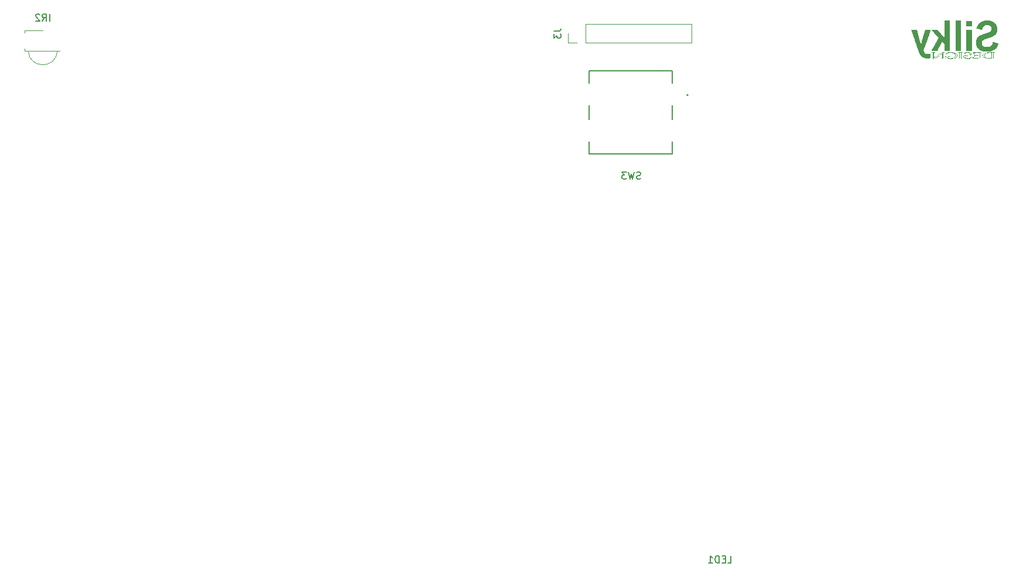
<source format=gbr>
%TF.GenerationSoftware,KiCad,Pcbnew,7.0.2*%
%TF.CreationDate,2023-07-21T23:10:52-07:00*%
%TF.ProjectId,Score-Board,53636f72-652d-4426-9f61-72642e6b6963,1*%
%TF.SameCoordinates,Original*%
%TF.FileFunction,Legend,Bot*%
%TF.FilePolarity,Positive*%
%FSLAX46Y46*%
G04 Gerber Fmt 4.6, Leading zero omitted, Abs format (unit mm)*
G04 Created by KiCad (PCBNEW 7.0.2) date 2023-07-21 23:10:52*
%MOMM*%
%LPD*%
G01*
G04 APERTURE LIST*
%ADD10C,0.150000*%
%ADD11C,0.120000*%
%ADD12C,0.127000*%
%ADD13C,0.200000*%
G04 APERTURE END LIST*
D10*
%TO.C,LED1*%
X145919047Y-122572619D02*
X146395237Y-122572619D01*
X146395237Y-122572619D02*
X146395237Y-121572619D01*
X145585713Y-122048809D02*
X145252380Y-122048809D01*
X145109523Y-122572619D02*
X145585713Y-122572619D01*
X145585713Y-122572619D02*
X145585713Y-121572619D01*
X145585713Y-121572619D02*
X145109523Y-121572619D01*
X144680951Y-122572619D02*
X144680951Y-121572619D01*
X144680951Y-121572619D02*
X144442856Y-121572619D01*
X144442856Y-121572619D02*
X144299999Y-121620238D01*
X144299999Y-121620238D02*
X144204761Y-121715476D01*
X144204761Y-121715476D02*
X144157142Y-121810714D01*
X144157142Y-121810714D02*
X144109523Y-122001190D01*
X144109523Y-122001190D02*
X144109523Y-122144047D01*
X144109523Y-122144047D02*
X144157142Y-122334523D01*
X144157142Y-122334523D02*
X144204761Y-122429761D01*
X144204761Y-122429761D02*
X144299999Y-122525000D01*
X144299999Y-122525000D02*
X144442856Y-122572619D01*
X144442856Y-122572619D02*
X144680951Y-122572619D01*
X143157142Y-122572619D02*
X143728570Y-122572619D01*
X143442856Y-122572619D02*
X143442856Y-121572619D01*
X143442856Y-121572619D02*
X143538094Y-121715476D01*
X143538094Y-121715476D02*
X143633332Y-121810714D01*
X143633332Y-121810714D02*
X143728570Y-121858333D01*
%TO.C,IR2*%
X47876189Y-44190619D02*
X47876189Y-43190619D01*
X46828571Y-44190619D02*
X47161904Y-43714428D01*
X47399999Y-44190619D02*
X47399999Y-43190619D01*
X47399999Y-43190619D02*
X47019047Y-43190619D01*
X47019047Y-43190619D02*
X46923809Y-43238238D01*
X46923809Y-43238238D02*
X46876190Y-43285857D01*
X46876190Y-43285857D02*
X46828571Y-43381095D01*
X46828571Y-43381095D02*
X46828571Y-43523952D01*
X46828571Y-43523952D02*
X46876190Y-43619190D01*
X46876190Y-43619190D02*
X46923809Y-43666809D01*
X46923809Y-43666809D02*
X47019047Y-43714428D01*
X47019047Y-43714428D02*
X47399999Y-43714428D01*
X46447618Y-43285857D02*
X46399999Y-43238238D01*
X46399999Y-43238238D02*
X46304761Y-43190619D01*
X46304761Y-43190619D02*
X46066666Y-43190619D01*
X46066666Y-43190619D02*
X45971428Y-43238238D01*
X45971428Y-43238238D02*
X45923809Y-43285857D01*
X45923809Y-43285857D02*
X45876190Y-43381095D01*
X45876190Y-43381095D02*
X45876190Y-43476333D01*
X45876190Y-43476333D02*
X45923809Y-43619190D01*
X45923809Y-43619190D02*
X46495237Y-44190619D01*
X46495237Y-44190619D02*
X45876190Y-44190619D01*
%TO.C,J3*%
X120829856Y-45651585D02*
X121544141Y-45651585D01*
X121544141Y-45651585D02*
X121686998Y-45603966D01*
X121686998Y-45603966D02*
X121782237Y-45508728D01*
X121782237Y-45508728D02*
X121829856Y-45365871D01*
X121829856Y-45365871D02*
X121829856Y-45270633D01*
X120829856Y-46032538D02*
X120829856Y-46651585D01*
X120829856Y-46651585D02*
X121210808Y-46318252D01*
X121210808Y-46318252D02*
X121210808Y-46461109D01*
X121210808Y-46461109D02*
X121258427Y-46556347D01*
X121258427Y-46556347D02*
X121306046Y-46603966D01*
X121306046Y-46603966D02*
X121401284Y-46651585D01*
X121401284Y-46651585D02*
X121639379Y-46651585D01*
X121639379Y-46651585D02*
X121734617Y-46603966D01*
X121734617Y-46603966D02*
X121782237Y-46556347D01*
X121782237Y-46556347D02*
X121829856Y-46461109D01*
X121829856Y-46461109D02*
X121829856Y-46175395D01*
X121829856Y-46175395D02*
X121782237Y-46080157D01*
X121782237Y-46080157D02*
X121734617Y-46032538D01*
%TO.C,SW3*%
X133323332Y-67003000D02*
X133180475Y-67050619D01*
X133180475Y-67050619D02*
X132942380Y-67050619D01*
X132942380Y-67050619D02*
X132847142Y-67003000D01*
X132847142Y-67003000D02*
X132799523Y-66955380D01*
X132799523Y-66955380D02*
X132751904Y-66860142D01*
X132751904Y-66860142D02*
X132751904Y-66764904D01*
X132751904Y-66764904D02*
X132799523Y-66669666D01*
X132799523Y-66669666D02*
X132847142Y-66622047D01*
X132847142Y-66622047D02*
X132942380Y-66574428D01*
X132942380Y-66574428D02*
X133132856Y-66526809D01*
X133132856Y-66526809D02*
X133228094Y-66479190D01*
X133228094Y-66479190D02*
X133275713Y-66431571D01*
X133275713Y-66431571D02*
X133323332Y-66336333D01*
X133323332Y-66336333D02*
X133323332Y-66241095D01*
X133323332Y-66241095D02*
X133275713Y-66145857D01*
X133275713Y-66145857D02*
X133228094Y-66098238D01*
X133228094Y-66098238D02*
X133132856Y-66050619D01*
X133132856Y-66050619D02*
X132894761Y-66050619D01*
X132894761Y-66050619D02*
X132751904Y-66098238D01*
X132418570Y-66050619D02*
X132180475Y-67050619D01*
X132180475Y-67050619D02*
X131989999Y-66336333D01*
X131989999Y-66336333D02*
X131799523Y-67050619D01*
X131799523Y-67050619D02*
X131561428Y-66050619D01*
X131275713Y-66050619D02*
X130656666Y-66050619D01*
X130656666Y-66050619D02*
X130989999Y-66431571D01*
X130989999Y-66431571D02*
X130847142Y-66431571D01*
X130847142Y-66431571D02*
X130751904Y-66479190D01*
X130751904Y-66479190D02*
X130704285Y-66526809D01*
X130704285Y-66526809D02*
X130656666Y-66622047D01*
X130656666Y-66622047D02*
X130656666Y-66860142D01*
X130656666Y-66860142D02*
X130704285Y-66955380D01*
X130704285Y-66955380D02*
X130751904Y-67003000D01*
X130751904Y-67003000D02*
X130847142Y-67050619D01*
X130847142Y-67050619D02*
X131132856Y-67050619D01*
X131132856Y-67050619D02*
X131228094Y-67003000D01*
X131228094Y-67003000D02*
X131275713Y-66955380D01*
%TO.C,G\u002A\u002A\u002A*%
G36*
X181255505Y-44599157D02*
G01*
X181255505Y-45003248D01*
X180830422Y-45003248D01*
X180405339Y-45003248D01*
X180405339Y-44599157D01*
X180405339Y-44195066D01*
X180830422Y-44195066D01*
X181255505Y-44195066D01*
X181255505Y-44599157D01*
G37*
G36*
X179656634Y-46330975D02*
G01*
X179656634Y-48543854D01*
X179259540Y-48543854D01*
X178862447Y-48543854D01*
X178862447Y-46330975D01*
X178862447Y-44118097D01*
X179259540Y-44118097D01*
X179656634Y-44118097D01*
X179656634Y-46330975D01*
G37*
G36*
X181231014Y-46988133D02*
G01*
X181231013Y-47036113D01*
X181231003Y-47139147D01*
X181230983Y-47240310D01*
X181230954Y-47339380D01*
X181230915Y-47436133D01*
X181230866Y-47530348D01*
X181230810Y-47621800D01*
X181230745Y-47710268D01*
X181230671Y-47795527D01*
X181230591Y-47877356D01*
X181230502Y-47955531D01*
X181230407Y-48029830D01*
X181230305Y-48100029D01*
X181230197Y-48165906D01*
X181230082Y-48227237D01*
X181229962Y-48283800D01*
X181229837Y-48335372D01*
X181229707Y-48381731D01*
X181229572Y-48422652D01*
X181229432Y-48457913D01*
X181229289Y-48487292D01*
X181229142Y-48510565D01*
X181228991Y-48527510D01*
X181228838Y-48537903D01*
X181228682Y-48541522D01*
X181228190Y-48541625D01*
X181222216Y-48541929D01*
X181209838Y-48542219D01*
X181191500Y-48542495D01*
X181167646Y-48542752D01*
X181138721Y-48542989D01*
X181105169Y-48543203D01*
X181067435Y-48543391D01*
X181025964Y-48543551D01*
X180981199Y-48543680D01*
X180933585Y-48543775D01*
X180883567Y-48543834D01*
X180831588Y-48543854D01*
X180436827Y-48543854D01*
X180436827Y-46990466D01*
X180436827Y-45437077D01*
X180833921Y-45437077D01*
X181231014Y-45437077D01*
X181231014Y-46988133D01*
G37*
G36*
X178078755Y-46330975D02*
G01*
X178078755Y-48543854D01*
X177686910Y-48543854D01*
X177295064Y-48543854D01*
X177294932Y-48046175D01*
X177294799Y-47548496D01*
X177122624Y-47358965D01*
X177096562Y-47330277D01*
X177069756Y-47300778D01*
X177044662Y-47273169D01*
X177021655Y-47247861D01*
X177001107Y-47225265D01*
X176983393Y-47205793D01*
X176968887Y-47189855D01*
X176957964Y-47177864D01*
X176950996Y-47170230D01*
X176948359Y-47167365D01*
X176948177Y-47167551D01*
X176945497Y-47172088D01*
X176939757Y-47182467D01*
X176931104Y-47198410D01*
X176919686Y-47219639D01*
X176905650Y-47245877D01*
X176889144Y-47276845D01*
X176870314Y-47312265D01*
X176849307Y-47351860D01*
X176826272Y-47395351D01*
X176801355Y-47442461D01*
X176774703Y-47492912D01*
X176746464Y-47546425D01*
X176716785Y-47602722D01*
X176685813Y-47661527D01*
X176653696Y-47722561D01*
X176620580Y-47785545D01*
X176586613Y-47850202D01*
X176577573Y-47867417D01*
X176543777Y-47931761D01*
X176510862Y-47994411D01*
X176478975Y-48055084D01*
X176448265Y-48113500D01*
X176418880Y-48169377D01*
X176390968Y-48222434D01*
X176364677Y-48272390D01*
X176340156Y-48318963D01*
X176317552Y-48361872D01*
X176297015Y-48400836D01*
X176278691Y-48435573D01*
X176262730Y-48465802D01*
X176249279Y-48491242D01*
X176238487Y-48511611D01*
X176230501Y-48526628D01*
X176225471Y-48536012D01*
X176223544Y-48539481D01*
X176222457Y-48539978D01*
X176218611Y-48540598D01*
X176211757Y-48541153D01*
X176201589Y-48541645D01*
X176187801Y-48542080D01*
X176170084Y-48542458D01*
X176148132Y-48542783D01*
X176121638Y-48543059D01*
X176090296Y-48543288D01*
X176053798Y-48543474D01*
X176011837Y-48543619D01*
X175964107Y-48543726D01*
X175910301Y-48543799D01*
X175850111Y-48543841D01*
X175783231Y-48543854D01*
X175729416Y-48543845D01*
X175676682Y-48543817D01*
X175626334Y-48543771D01*
X175578792Y-48543709D01*
X175534475Y-48543633D01*
X175493802Y-48543542D01*
X175457192Y-48543438D01*
X175425064Y-48543323D01*
X175397838Y-48543198D01*
X175375932Y-48543064D01*
X175359767Y-48542921D01*
X175349760Y-48542772D01*
X175346331Y-48542617D01*
X175346977Y-48541409D01*
X175350725Y-48534662D01*
X175357698Y-48522190D01*
X175367767Y-48504225D01*
X175380804Y-48480997D01*
X175396677Y-48452737D01*
X175415258Y-48419674D01*
X175436417Y-48382039D01*
X175460024Y-48340063D01*
X175485950Y-48293975D01*
X175514065Y-48244006D01*
X175544239Y-48190387D01*
X175576344Y-48133348D01*
X175610248Y-48073119D01*
X175645824Y-48009930D01*
X175682940Y-47944011D01*
X175721468Y-47875594D01*
X175761278Y-47804909D01*
X175802240Y-47732185D01*
X175844224Y-47657654D01*
X175887102Y-47581544D01*
X175913478Y-47534726D01*
X175955835Y-47459536D01*
X175997222Y-47386058D01*
X176037511Y-47314521D01*
X176076571Y-47245157D01*
X176114273Y-47178196D01*
X176150486Y-47113870D01*
X176185082Y-47052409D01*
X176217929Y-46994043D01*
X176248899Y-46939005D01*
X176277862Y-46887523D01*
X176304687Y-46839830D01*
X176329245Y-46796155D01*
X176351406Y-46756731D01*
X176371040Y-46721786D01*
X176388018Y-46691553D01*
X176402209Y-46666262D01*
X176413484Y-46646144D01*
X176421713Y-46631429D01*
X176426766Y-46622348D01*
X176428514Y-46619133D01*
X176428119Y-46618559D01*
X176423957Y-46613600D01*
X176415424Y-46603761D01*
X176402728Y-46589276D01*
X176386077Y-46570380D01*
X176365679Y-46547306D01*
X176341742Y-46520288D01*
X176314474Y-46489561D01*
X176284083Y-46455357D01*
X176250778Y-46417912D01*
X176214765Y-46377458D01*
X176176254Y-46334230D01*
X176135452Y-46288462D01*
X176092567Y-46240388D01*
X176047808Y-46190242D01*
X176001382Y-46138256D01*
X175953497Y-46084667D01*
X175904361Y-46029707D01*
X175883474Y-46006348D01*
X175834817Y-45951925D01*
X175787484Y-45898969D01*
X175741684Y-45847714D01*
X175697626Y-45798395D01*
X175655518Y-45751247D01*
X175615570Y-45706502D01*
X175577990Y-45664396D01*
X175542987Y-45625162D01*
X175510771Y-45589036D01*
X175481549Y-45556250D01*
X175455531Y-45527039D01*
X175432926Y-45501637D01*
X175413943Y-45480279D01*
X175398790Y-45463199D01*
X175387676Y-45450631D01*
X175380810Y-45442809D01*
X175378402Y-45439967D01*
X175378614Y-45439871D01*
X175383707Y-45439523D01*
X175395280Y-45439191D01*
X175412922Y-45438879D01*
X175436225Y-45438588D01*
X175464780Y-45438320D01*
X175498178Y-45438079D01*
X175536010Y-45437866D01*
X175577868Y-45437684D01*
X175623341Y-45437536D01*
X175672023Y-45437423D01*
X175723503Y-45437348D01*
X175777372Y-45437313D01*
X175833223Y-45437321D01*
X176289210Y-45437565D01*
X176791262Y-46045858D01*
X177293315Y-46654150D01*
X177294194Y-45386123D01*
X177295073Y-44118097D01*
X177686914Y-44118097D01*
X178078755Y-44118097D01*
X178078755Y-46330975D01*
G37*
G36*
X184140956Y-49109524D02*
G01*
X184140932Y-49153391D01*
X184140838Y-49198128D01*
X184140675Y-49243081D01*
X184140445Y-49287594D01*
X184140152Y-49331011D01*
X184139798Y-49372675D01*
X184139384Y-49411933D01*
X184138915Y-49448127D01*
X184138391Y-49480603D01*
X184137817Y-49508704D01*
X184137193Y-49531775D01*
X184136523Y-49549160D01*
X184135809Y-49560204D01*
X184133122Y-49588193D01*
X184089389Y-49592577D01*
X184086759Y-49592837D01*
X184065561Y-49594753D01*
X184040684Y-49596764D01*
X184015011Y-49598645D01*
X183991427Y-49600174D01*
X183971125Y-49601094D01*
X183943735Y-49601810D01*
X183911977Y-49602242D01*
X183876986Y-49602403D01*
X183839900Y-49602307D01*
X183801854Y-49601967D01*
X183763986Y-49601398D01*
X183727431Y-49600614D01*
X183693326Y-49599629D01*
X183662807Y-49598455D01*
X183637011Y-49597108D01*
X183617075Y-49595601D01*
X183560409Y-49589432D01*
X183502100Y-49581068D01*
X183448658Y-49570987D01*
X183399018Y-49558956D01*
X183352114Y-49544744D01*
X183306880Y-49528118D01*
X183284721Y-49518765D01*
X183232706Y-49492402D01*
X183186409Y-49462163D01*
X183145881Y-49428102D01*
X183111173Y-49390271D01*
X183082337Y-49348723D01*
X183059424Y-49303511D01*
X183042484Y-49254688D01*
X183041688Y-49251734D01*
X183038918Y-49239758D01*
X183037026Y-49227446D01*
X183035865Y-49213134D01*
X183035285Y-49195159D01*
X183035141Y-49171857D01*
X183035141Y-49171642D01*
X183035144Y-49171067D01*
X183099279Y-49171067D01*
X183100185Y-49197575D01*
X183106669Y-49244192D01*
X183119484Y-49287968D01*
X183138736Y-49329159D01*
X183164531Y-49368017D01*
X183196974Y-49404797D01*
X183214884Y-49421587D01*
X183249888Y-49448955D01*
X183289231Y-49473270D01*
X183333195Y-49494622D01*
X183382062Y-49513098D01*
X183436113Y-49528787D01*
X183495629Y-49541777D01*
X183560893Y-49552156D01*
X183632185Y-49560012D01*
X183709788Y-49565434D01*
X183716686Y-49565775D01*
X183746687Y-49566879D01*
X183779887Y-49567587D01*
X183815264Y-49567918D01*
X183851800Y-49567890D01*
X183888477Y-49567521D01*
X183924274Y-49566831D01*
X183958173Y-49565837D01*
X183989155Y-49564558D01*
X184016199Y-49563012D01*
X184038289Y-49561218D01*
X184054403Y-49559194D01*
X184070147Y-49556569D01*
X184072357Y-49523400D01*
X184072766Y-49516410D01*
X184073588Y-49496842D01*
X184074350Y-49471427D01*
X184075047Y-49440948D01*
X184075675Y-49406185D01*
X184076229Y-49367921D01*
X184076706Y-49326935D01*
X184077101Y-49284010D01*
X184077410Y-49239928D01*
X184077629Y-49195469D01*
X184077754Y-49151414D01*
X184077779Y-49108546D01*
X184077702Y-49067646D01*
X184077518Y-49029495D01*
X184077222Y-48994875D01*
X184076811Y-48964566D01*
X184076279Y-48939351D01*
X184075624Y-48920010D01*
X184075593Y-48919301D01*
X184074429Y-48894386D01*
X184073279Y-48871863D01*
X184072197Y-48852652D01*
X184071238Y-48837673D01*
X184070457Y-48827845D01*
X184069909Y-48824089D01*
X184066999Y-48823005D01*
X184057455Y-48821607D01*
X184042144Y-48820325D01*
X184021779Y-48819165D01*
X183997071Y-48818134D01*
X183968734Y-48817239D01*
X183937478Y-48816487D01*
X183904018Y-48815886D01*
X183869064Y-48815440D01*
X183833330Y-48815159D01*
X183797527Y-48815047D01*
X183762368Y-48815113D01*
X183728566Y-48815363D01*
X183696832Y-48815804D01*
X183667879Y-48816443D01*
X183642420Y-48817287D01*
X183621166Y-48818342D01*
X183604830Y-48819615D01*
X183551659Y-48825727D01*
X183486698Y-48835528D01*
X183427831Y-48847373D01*
X183374677Y-48861396D01*
X183326857Y-48877730D01*
X183283992Y-48896510D01*
X183245701Y-48917869D01*
X183211604Y-48941942D01*
X183181322Y-48968861D01*
X183172748Y-48977707D01*
X183145711Y-49011016D01*
X183125066Y-49046462D01*
X183110593Y-49084590D01*
X183102070Y-49125944D01*
X183099279Y-49171067D01*
X183035144Y-49171067D01*
X183035268Y-49149679D01*
X183035725Y-49132999D01*
X183036694Y-49119903D01*
X183038361Y-49108692D01*
X183040907Y-49097668D01*
X183044517Y-49085132D01*
X183056199Y-49052279D01*
X183076246Y-49012105D01*
X183101644Y-48975976D01*
X183132838Y-48943175D01*
X183150911Y-48927536D01*
X183190318Y-48898821D01*
X183234415Y-48873336D01*
X183283457Y-48850996D01*
X183337702Y-48831716D01*
X183397405Y-48815410D01*
X183462823Y-48801993D01*
X183534212Y-48791379D01*
X183611827Y-48783482D01*
X183628511Y-48782322D01*
X183658017Y-48780868D01*
X183692447Y-48779711D01*
X183730574Y-48778858D01*
X183771168Y-48778314D01*
X183813002Y-48778083D01*
X183854848Y-48778170D01*
X183895476Y-48778582D01*
X183933660Y-48779324D01*
X183968170Y-48780400D01*
X183997778Y-48781817D01*
X184029607Y-48783769D01*
X184061017Y-48785873D01*
X184086133Y-48787795D01*
X184105334Y-48789570D01*
X184118997Y-48791236D01*
X184127502Y-48792826D01*
X184131227Y-48794377D01*
X184131521Y-48794986D01*
X184132681Y-48801175D01*
X184134053Y-48812947D01*
X184135535Y-48829224D01*
X184137026Y-48848926D01*
X184138425Y-48870975D01*
X184138914Y-48881919D01*
X184139459Y-48901330D01*
X184139916Y-48926202D01*
X184140286Y-48955879D01*
X184140573Y-48989706D01*
X184140778Y-49027026D01*
X184140905Y-49067184D01*
X184140955Y-49108546D01*
X184140956Y-49109524D01*
G37*
G36*
X173467416Y-46162167D02*
G01*
X173474941Y-46189351D01*
X173498552Y-46274647D01*
X173520429Y-46353689D01*
X173540676Y-46426853D01*
X173559396Y-46494514D01*
X173576691Y-46557049D01*
X173592665Y-46614833D01*
X173607420Y-46668241D01*
X173621060Y-46717650D01*
X173633686Y-46763435D01*
X173645402Y-46805972D01*
X173656311Y-46845637D01*
X173666516Y-46882804D01*
X173676120Y-46917851D01*
X173685224Y-46951152D01*
X173693933Y-46983084D01*
X173702349Y-47014022D01*
X173710575Y-47044341D01*
X173718714Y-47074418D01*
X173726869Y-47104628D01*
X173735143Y-47135347D01*
X173743638Y-47166950D01*
X173752457Y-47199814D01*
X173761703Y-47234314D01*
X173771480Y-47270825D01*
X173781890Y-47309724D01*
X173793035Y-47351386D01*
X173795071Y-47358995D01*
X173806132Y-47400292D01*
X173816691Y-47439646D01*
X173826604Y-47476520D01*
X173835726Y-47510380D01*
X173843913Y-47540690D01*
X173851019Y-47566916D01*
X173856901Y-47588521D01*
X173861412Y-47604972D01*
X173864409Y-47615732D01*
X173865747Y-47620267D01*
X173866631Y-47620188D01*
X173868554Y-47616053D01*
X173871512Y-47607310D01*
X173875579Y-47593686D01*
X173880832Y-47574905D01*
X173887344Y-47550693D01*
X173895191Y-47520775D01*
X173904447Y-47484877D01*
X173915188Y-47442725D01*
X173927488Y-47394044D01*
X173930333Y-47382751D01*
X173943315Y-47331325D01*
X173956645Y-47278685D01*
X173970174Y-47225401D01*
X173983757Y-47172046D01*
X173997246Y-47119190D01*
X174010494Y-47067404D01*
X174023355Y-47017261D01*
X174035681Y-46969332D01*
X174047326Y-46924188D01*
X174058143Y-46882401D01*
X174067985Y-46844541D01*
X174076704Y-46811182D01*
X174084155Y-46782892D01*
X174090190Y-46760246D01*
X174094661Y-46743813D01*
X174096266Y-46738085D01*
X174099901Y-46725208D01*
X174105268Y-46706250D01*
X174112266Y-46681570D01*
X174120794Y-46651526D01*
X174130748Y-46616476D01*
X174142027Y-46576778D01*
X174154529Y-46532791D01*
X174168153Y-46484873D01*
X174182797Y-46433382D01*
X174198358Y-46378678D01*
X174214735Y-46321117D01*
X174231826Y-46261058D01*
X174249529Y-46198861D01*
X174267742Y-46134882D01*
X174286364Y-46069480D01*
X174466427Y-45437131D01*
X174885388Y-45437104D01*
X174923820Y-45437114D01*
X174975967Y-45437166D01*
X175025825Y-45437262D01*
X175072966Y-45437398D01*
X175116962Y-45437571D01*
X175157385Y-45437779D01*
X175193807Y-45438018D01*
X175225800Y-45438285D01*
X175252935Y-45438578D01*
X175274786Y-45438894D01*
X175290924Y-45439230D01*
X175300920Y-45439583D01*
X175304348Y-45439949D01*
X175303756Y-45441798D01*
X175301019Y-45449905D01*
X175296119Y-45464267D01*
X175289127Y-45484674D01*
X175280117Y-45510918D01*
X175269160Y-45542790D01*
X175256328Y-45580082D01*
X175241692Y-45622585D01*
X175225326Y-45670091D01*
X175207300Y-45722391D01*
X175187687Y-45779277D01*
X175166558Y-45840540D01*
X175143986Y-45905971D01*
X175120043Y-45975363D01*
X175094800Y-46048506D01*
X175068329Y-46125191D01*
X175040703Y-46205212D01*
X175011993Y-46288358D01*
X174982272Y-46374421D01*
X174951610Y-46463193D01*
X174920081Y-46554465D01*
X174887755Y-46648029D01*
X174854706Y-46743676D01*
X174821005Y-46841198D01*
X174786723Y-46940385D01*
X174269099Y-48437949D01*
X174293701Y-48512768D01*
X174304980Y-48546607D01*
X174315001Y-48575477D01*
X174324185Y-48600365D01*
X174333082Y-48622649D01*
X174342245Y-48643709D01*
X174352223Y-48664921D01*
X174363567Y-48687666D01*
X174368818Y-48697795D01*
X174401247Y-48753204D01*
X174436840Y-48802415D01*
X174475720Y-48845527D01*
X174518014Y-48882639D01*
X174563844Y-48913851D01*
X174613337Y-48939260D01*
X174666617Y-48958967D01*
X174723809Y-48973069D01*
X174730700Y-48974309D01*
X174743128Y-48976096D01*
X174756877Y-48977419D01*
X174773082Y-48978337D01*
X174792877Y-48978904D01*
X174817397Y-48979176D01*
X174847777Y-48979211D01*
X174850059Y-48979206D01*
X174907185Y-48978180D01*
X174963568Y-48975363D01*
X175020661Y-48970610D01*
X175079921Y-48963776D01*
X175142802Y-48954720D01*
X175210759Y-48943295D01*
X175265863Y-48933469D01*
X175265878Y-48947704D01*
X175265861Y-48948943D01*
X175265579Y-48957252D01*
X175264974Y-48971692D01*
X175264080Y-48991610D01*
X175262929Y-49016353D01*
X175261554Y-49045270D01*
X175259987Y-49077706D01*
X175258263Y-49113010D01*
X175256413Y-49150530D01*
X175254470Y-49189611D01*
X175252468Y-49229603D01*
X175250439Y-49269852D01*
X175248416Y-49309705D01*
X175246432Y-49348510D01*
X175244520Y-49385615D01*
X175242712Y-49420367D01*
X175241042Y-49452112D01*
X175239542Y-49480199D01*
X175238246Y-49503976D01*
X175237186Y-49522788D01*
X175236394Y-49535985D01*
X175235905Y-49542912D01*
X175233962Y-49564105D01*
X175182564Y-49571916D01*
X175149908Y-49576741D01*
X175108772Y-49582301D01*
X175070666Y-49586741D01*
X175033384Y-49590314D01*
X174994720Y-49593269D01*
X174984621Y-49593958D01*
X174964278Y-49595355D01*
X174945797Y-49596636D01*
X174930885Y-49597682D01*
X174921248Y-49598374D01*
X174911445Y-49598861D01*
X174893387Y-49599231D01*
X174870392Y-49599329D01*
X174843619Y-49599179D01*
X174814228Y-49598806D01*
X174783379Y-49598237D01*
X174752231Y-49597495D01*
X174721945Y-49596607D01*
X174693680Y-49595597D01*
X174668596Y-49594492D01*
X174647854Y-49593315D01*
X174632612Y-49592093D01*
X174628417Y-49591659D01*
X174537658Y-49579743D01*
X174452052Y-49563441D01*
X174371210Y-49542625D01*
X174294743Y-49517166D01*
X174222264Y-49486935D01*
X174153385Y-49451805D01*
X174087717Y-49411646D01*
X174068051Y-49398322D01*
X174037068Y-49376055D01*
X174008450Y-49353549D01*
X173980583Y-49329444D01*
X173951852Y-49302382D01*
X173920642Y-49271004D01*
X173910663Y-49260609D01*
X173866497Y-49211568D01*
X173825247Y-49160372D01*
X173786249Y-49106054D01*
X173748841Y-49047648D01*
X173712360Y-48984188D01*
X173676143Y-48914708D01*
X173658837Y-48879536D01*
X173643334Y-48846836D01*
X173629232Y-48815557D01*
X173615645Y-48783678D01*
X173601688Y-48749179D01*
X173586476Y-48710039D01*
X173585569Y-48707580D01*
X173582075Y-48697735D01*
X173576434Y-48681578D01*
X173568720Y-48659320D01*
X173559003Y-48631171D01*
X173547356Y-48597342D01*
X173533850Y-48558043D01*
X173518557Y-48513484D01*
X173501550Y-48463876D01*
X173482899Y-48409428D01*
X173462677Y-48350351D01*
X173440956Y-48286855D01*
X173417808Y-48219151D01*
X173393303Y-48147449D01*
X173367516Y-48071958D01*
X173340516Y-47992890D01*
X173312376Y-47910454D01*
X173283169Y-47824862D01*
X173252965Y-47736322D01*
X173221836Y-47645045D01*
X173189855Y-47551242D01*
X173157094Y-47455124D01*
X173123623Y-47356899D01*
X173089516Y-47256778D01*
X173054844Y-47154972D01*
X173019678Y-47051692D01*
X172999419Y-46992182D01*
X172964726Y-46890277D01*
X172930636Y-46790146D01*
X172897218Y-46691991D01*
X172864541Y-46596013D01*
X172832674Y-46502415D01*
X172801685Y-46411398D01*
X172771644Y-46323166D01*
X172742618Y-46237920D01*
X172714678Y-46155862D01*
X172687891Y-46077195D01*
X172662327Y-46002120D01*
X172638055Y-45930839D01*
X172615143Y-45863555D01*
X172593659Y-45800470D01*
X172573674Y-45741786D01*
X172555255Y-45687704D01*
X172538472Y-45638428D01*
X172523394Y-45594159D01*
X172510088Y-45555099D01*
X172498625Y-45521450D01*
X172489072Y-45493415D01*
X172481499Y-45471195D01*
X172475974Y-45454993D01*
X172472567Y-45445011D01*
X172471346Y-45441450D01*
X172471351Y-45441276D01*
X172472979Y-45440598D01*
X172477434Y-45439992D01*
X172485038Y-45439456D01*
X172496111Y-45438984D01*
X172510974Y-45438574D01*
X172529947Y-45438222D01*
X172553352Y-45437925D01*
X172581510Y-45437679D01*
X172614739Y-45437480D01*
X172653363Y-45437326D01*
X172697701Y-45437212D01*
X172748074Y-45437135D01*
X172804802Y-45437091D01*
X172868208Y-45437077D01*
X173266700Y-45437077D01*
X173467416Y-46162167D01*
G37*
G36*
X184569013Y-48784957D02*
G01*
X184555406Y-48791899D01*
X184549609Y-48794373D01*
X184541972Y-48796465D01*
X184531664Y-48798188D01*
X184517605Y-48799684D01*
X184498713Y-48801095D01*
X184473907Y-48802561D01*
X184471724Y-48802681D01*
X184444106Y-48804262D01*
X184422577Y-48805691D01*
X184406294Y-48807104D01*
X184394414Y-48808639D01*
X184386094Y-48810431D01*
X184380490Y-48812616D01*
X184376760Y-48815332D01*
X184374061Y-48818715D01*
X184372170Y-48822297D01*
X184370230Y-48828027D01*
X184368546Y-48835846D01*
X184367105Y-48846164D01*
X184365897Y-48859388D01*
X184364908Y-48875929D01*
X184364127Y-48896194D01*
X184363541Y-48920593D01*
X184363138Y-48949535D01*
X184362907Y-48983429D01*
X184362834Y-49022684D01*
X184362909Y-49067708D01*
X184363118Y-49118910D01*
X184363450Y-49176700D01*
X184363513Y-49186270D01*
X184363852Y-49230629D01*
X184364259Y-49273589D01*
X184364721Y-49314530D01*
X184365230Y-49352828D01*
X184365775Y-49387861D01*
X184366346Y-49419008D01*
X184366931Y-49445647D01*
X184367522Y-49467154D01*
X184368107Y-49482909D01*
X184368677Y-49492288D01*
X184369203Y-49497899D01*
X184371645Y-49522684D01*
X184373759Y-49541493D01*
X184375680Y-49555167D01*
X184377539Y-49564547D01*
X184379472Y-49570473D01*
X184381611Y-49573785D01*
X184383220Y-49574894D01*
X184390921Y-49578248D01*
X184402803Y-49582278D01*
X184417047Y-49586341D01*
X184422482Y-49587824D01*
X184437670Y-49592591D01*
X184450742Y-49597536D01*
X184459344Y-49601799D01*
X184463267Y-49604489D01*
X184468175Y-49609466D01*
X184470266Y-49616170D01*
X184470715Y-49627230D01*
X184470632Y-49633827D01*
X184469538Y-49642092D01*
X184466270Y-49647222D01*
X184459700Y-49651721D01*
X184457941Y-49652633D01*
X184455557Y-49653514D01*
X184452287Y-49654295D01*
X184447750Y-49654983D01*
X184441563Y-49655585D01*
X184433345Y-49656104D01*
X184422714Y-49656548D01*
X184409287Y-49656922D01*
X184392684Y-49657232D01*
X184372520Y-49657483D01*
X184348416Y-49657682D01*
X184319988Y-49657833D01*
X184286855Y-49657944D01*
X184248635Y-49658018D01*
X184204945Y-49658063D01*
X184155405Y-49658084D01*
X184099631Y-49658087D01*
X184037241Y-49658077D01*
X184005801Y-49658069D01*
X183944071Y-49658040D01*
X183888659Y-49657985D01*
X183839101Y-49657891D01*
X183794936Y-49657748D01*
X183755703Y-49657542D01*
X183720938Y-49657262D01*
X183690180Y-49656896D01*
X183662966Y-49656432D01*
X183638836Y-49655859D01*
X183617325Y-49655164D01*
X183597973Y-49654334D01*
X183580317Y-49653360D01*
X183563896Y-49652227D01*
X183548246Y-49650925D01*
X183532907Y-49649442D01*
X183517415Y-49647765D01*
X183501309Y-49645883D01*
X183484127Y-49643783D01*
X183471486Y-49642140D01*
X183414264Y-49632936D01*
X183355039Y-49620791D01*
X183296052Y-49606246D01*
X183239540Y-49589842D01*
X183187744Y-49572122D01*
X183169698Y-49565203D01*
X183105238Y-49537380D01*
X183045924Y-49506705D01*
X182991973Y-49473365D01*
X182943597Y-49437546D01*
X182901013Y-49399437D01*
X182864435Y-49359224D01*
X182834077Y-49317094D01*
X182810155Y-49273235D01*
X182792883Y-49227835D01*
X182789976Y-49217749D01*
X182786624Y-49203562D01*
X182784564Y-49189575D01*
X182783483Y-49173391D01*
X182783283Y-49163363D01*
X182848069Y-49163363D01*
X182851296Y-49195450D01*
X182857944Y-49224336D01*
X182868022Y-49251949D01*
X182889843Y-49295695D01*
X182917997Y-49337338D01*
X182952231Y-49376739D01*
X182992292Y-49413760D01*
X183037928Y-49448261D01*
X183088885Y-49480103D01*
X183144910Y-49509149D01*
X183205752Y-49535259D01*
X183271156Y-49558294D01*
X183340870Y-49578116D01*
X183414641Y-49594586D01*
X183492216Y-49607565D01*
X183573342Y-49616914D01*
X183576601Y-49617204D01*
X183588115Y-49618142D01*
X183600231Y-49618975D01*
X183613405Y-49619709D01*
X183628095Y-49620349D01*
X183644757Y-49620903D01*
X183663848Y-49621376D01*
X183685825Y-49621776D01*
X183711144Y-49622107D01*
X183740263Y-49622377D01*
X183773638Y-49622591D01*
X183811726Y-49622756D01*
X183854985Y-49622879D01*
X183903870Y-49622965D01*
X183958838Y-49623020D01*
X184020347Y-49623052D01*
X184027539Y-49623054D01*
X184078091Y-49623043D01*
X184126479Y-49622990D01*
X184172264Y-49622897D01*
X184215007Y-49622768D01*
X184254268Y-49622604D01*
X184289609Y-49622410D01*
X184320589Y-49622187D01*
X184346769Y-49621937D01*
X184367709Y-49621665D01*
X184382971Y-49621372D01*
X184392114Y-49621062D01*
X184394700Y-49620737D01*
X184392906Y-49620086D01*
X184384660Y-49617397D01*
X184372424Y-49613608D01*
X184358126Y-49609320D01*
X184351356Y-49607266D01*
X184335434Y-49601427D01*
X184324667Y-49594823D01*
X184317755Y-49586000D01*
X184313396Y-49573504D01*
X184310287Y-49555880D01*
X184308743Y-49544384D01*
X184306639Y-49526361D01*
X184304801Y-49507108D01*
X184303212Y-49486102D01*
X184301857Y-49462818D01*
X184300721Y-49436732D01*
X184299787Y-49407319D01*
X184299040Y-49374055D01*
X184298464Y-49336416D01*
X184298044Y-49293878D01*
X184297763Y-49245915D01*
X184297606Y-49192005D01*
X184297557Y-49131623D01*
X184297560Y-49099629D01*
X184297588Y-49050667D01*
X184297667Y-49007950D01*
X184297821Y-48971005D01*
X184298075Y-48939358D01*
X184298454Y-48912538D01*
X184298981Y-48890069D01*
X184299682Y-48871480D01*
X184300581Y-48856298D01*
X184301702Y-48844048D01*
X184303071Y-48834258D01*
X184304711Y-48826454D01*
X184306648Y-48820165D01*
X184308906Y-48814915D01*
X184311509Y-48810233D01*
X184314482Y-48805645D01*
X184316549Y-48802739D01*
X184324634Y-48793992D01*
X184334923Y-48786883D01*
X184348214Y-48781186D01*
X184365304Y-48776675D01*
X184386991Y-48773123D01*
X184414074Y-48770305D01*
X184447351Y-48767995D01*
X184455907Y-48767468D01*
X184473269Y-48766209D01*
X184487499Y-48764918D01*
X184497311Y-48763721D01*
X184501420Y-48762741D01*
X184500823Y-48762514D01*
X184494741Y-48762153D01*
X184482727Y-48761925D01*
X184465495Y-48761830D01*
X184443756Y-48761866D01*
X184418223Y-48762035D01*
X184389608Y-48762336D01*
X184358624Y-48762769D01*
X184339499Y-48763011D01*
X184307147Y-48763250D01*
X184269450Y-48763372D01*
X184227376Y-48763380D01*
X184181892Y-48763279D01*
X184133967Y-48763071D01*
X184084568Y-48762759D01*
X184034661Y-48762348D01*
X183985216Y-48761841D01*
X183937199Y-48761242D01*
X183911147Y-48760895D01*
X183841801Y-48760090D01*
X183779427Y-48759551D01*
X183724009Y-48759280D01*
X183675532Y-48759276D01*
X183633980Y-48759538D01*
X183599339Y-48760068D01*
X183571593Y-48760865D01*
X183531760Y-48762605D01*
X183463934Y-48766751D01*
X183401945Y-48772263D01*
X183345108Y-48779280D01*
X183292735Y-48787938D01*
X183244139Y-48798375D01*
X183198633Y-48810730D01*
X183155530Y-48825140D01*
X183114142Y-48841743D01*
X183073782Y-48860676D01*
X183032159Y-48883261D01*
X182986129Y-48913181D01*
X182946727Y-48945035D01*
X182913879Y-48978902D01*
X182887507Y-49014863D01*
X182867538Y-49052997D01*
X182853896Y-49093384D01*
X182852218Y-49100762D01*
X182848347Y-49130869D01*
X182848069Y-49163363D01*
X182783283Y-49163363D01*
X182783069Y-49152614D01*
X182783460Y-49127299D01*
X182785645Y-49103379D01*
X182790183Y-49081713D01*
X182797600Y-49059868D01*
X182808423Y-49035411D01*
X182827809Y-49000733D01*
X182856551Y-48962341D01*
X182891902Y-48926153D01*
X182933875Y-48892159D01*
X182982480Y-48860348D01*
X183037728Y-48830711D01*
X183057920Y-48821116D01*
X183103585Y-48801441D01*
X183149067Y-48784925D01*
X183196144Y-48771016D01*
X183246595Y-48759164D01*
X183302199Y-48748818D01*
X183306836Y-48748051D01*
X183333504Y-48743854D01*
X183359900Y-48740107D01*
X183386509Y-48736794D01*
X183413814Y-48733898D01*
X183442302Y-48731401D01*
X183472455Y-48729288D01*
X183504759Y-48727541D01*
X183539697Y-48726143D01*
X183577755Y-48725077D01*
X183619416Y-48724328D01*
X183665165Y-48723877D01*
X183715487Y-48723708D01*
X183770865Y-48723804D01*
X183831785Y-48724148D01*
X183898730Y-48724724D01*
X183972185Y-48725514D01*
X183997387Y-48725798D01*
X184061246Y-48726441D01*
X184122089Y-48726941D01*
X184179418Y-48727297D01*
X184232737Y-48727509D01*
X184281548Y-48727576D01*
X184325353Y-48727497D01*
X184363654Y-48727270D01*
X184395955Y-48726895D01*
X184421758Y-48726372D01*
X184443768Y-48725788D01*
X184470689Y-48725115D01*
X184491977Y-48724684D01*
X184508440Y-48724521D01*
X184520887Y-48724655D01*
X184530128Y-48725113D01*
X184536972Y-48725920D01*
X184542227Y-48727105D01*
X184546702Y-48728696D01*
X184551207Y-48730718D01*
X184566951Y-48738104D01*
X184567982Y-48761531D01*
X184568035Y-48762741D01*
X184569013Y-48784957D01*
G37*
G36*
X179964813Y-49645599D02*
G01*
X179952539Y-49651896D01*
X179951635Y-49652338D01*
X179949146Y-49653313D01*
X179945875Y-49654173D01*
X179941407Y-49654925D01*
X179935328Y-49655575D01*
X179927224Y-49656129D01*
X179916680Y-49656596D01*
X179903282Y-49656981D01*
X179886616Y-49657292D01*
X179866267Y-49657535D01*
X179841821Y-49657717D01*
X179812864Y-49657844D01*
X179778982Y-49657925D01*
X179739759Y-49657964D01*
X179694782Y-49657970D01*
X179643637Y-49657949D01*
X179585908Y-49657908D01*
X179547047Y-49657886D01*
X179491586Y-49657878D01*
X179442492Y-49657868D01*
X179399378Y-49657820D01*
X179361862Y-49657696D01*
X179329556Y-49657459D01*
X179302076Y-49657072D01*
X179279038Y-49656497D01*
X179260055Y-49655697D01*
X179244744Y-49654635D01*
X179232718Y-49653274D01*
X179223593Y-49651575D01*
X179216983Y-49649503D01*
X179212505Y-49647019D01*
X179209771Y-49644086D01*
X179208399Y-49640667D01*
X179208001Y-49636725D01*
X179208194Y-49632223D01*
X179208592Y-49627122D01*
X179208810Y-49621387D01*
X179208810Y-49620555D01*
X179275284Y-49620555D01*
X179278444Y-49620928D01*
X179288118Y-49621299D01*
X179303816Y-49621649D01*
X179325041Y-49621974D01*
X179351296Y-49622268D01*
X179382085Y-49622529D01*
X179416912Y-49622752D01*
X179455279Y-49622933D01*
X179496691Y-49623067D01*
X179540651Y-49623150D01*
X179586662Y-49623179D01*
X179630928Y-49623158D01*
X179674976Y-49623094D01*
X179716496Y-49622989D01*
X179754990Y-49622848D01*
X179789963Y-49622674D01*
X179820918Y-49622469D01*
X179847357Y-49622237D01*
X179868786Y-49621982D01*
X179884707Y-49621707D01*
X179894623Y-49621414D01*
X179898039Y-49621108D01*
X179894948Y-49620358D01*
X179885925Y-49619446D01*
X179872060Y-49618474D01*
X179854450Y-49617518D01*
X179834189Y-49616654D01*
X179809937Y-49615596D01*
X179776594Y-49613345D01*
X179749203Y-49610112D01*
X179727130Y-49605574D01*
X179709743Y-49599402D01*
X179696407Y-49591273D01*
X179686489Y-49580859D01*
X179679356Y-49567836D01*
X179674375Y-49551876D01*
X179670911Y-49532655D01*
X179670611Y-49529756D01*
X179669988Y-49518529D01*
X179669427Y-49501231D01*
X179668927Y-49478498D01*
X179668489Y-49450970D01*
X179668113Y-49419285D01*
X179667800Y-49384081D01*
X179667549Y-49345995D01*
X179667360Y-49305667D01*
X179667234Y-49263734D01*
X179667172Y-49220834D01*
X179667173Y-49177606D01*
X179667237Y-49134688D01*
X179667365Y-49092718D01*
X179667556Y-49052335D01*
X179667812Y-49014175D01*
X179668132Y-48978878D01*
X179668516Y-48947082D01*
X179668966Y-48919425D01*
X179669479Y-48896544D01*
X179670059Y-48879079D01*
X179670703Y-48867668D01*
X179670912Y-48865197D01*
X179673387Y-48842968D01*
X179677042Y-48824618D01*
X179682524Y-48809729D01*
X179690478Y-48797885D01*
X179701551Y-48788672D01*
X179716390Y-48781673D01*
X179735639Y-48776471D01*
X179759946Y-48772652D01*
X179789957Y-48769799D01*
X179826317Y-48767496D01*
X179830620Y-48767260D01*
X179851505Y-48766086D01*
X179869629Y-48765017D01*
X179883937Y-48764119D01*
X179893370Y-48763458D01*
X179896873Y-48763100D01*
X179893742Y-48763016D01*
X179884099Y-48762934D01*
X179868434Y-48762856D01*
X179847242Y-48762784D01*
X179821018Y-48762718D01*
X179790256Y-48762660D01*
X179755453Y-48762610D01*
X179717102Y-48762569D01*
X179675698Y-48762539D01*
X179631738Y-48762520D01*
X179585715Y-48762512D01*
X179540381Y-48762520D01*
X179496595Y-48762543D01*
X179455435Y-48762582D01*
X179417389Y-48762634D01*
X179382940Y-48762699D01*
X179352575Y-48762775D01*
X179326780Y-48762861D01*
X179306039Y-48762956D01*
X179290839Y-48763058D01*
X179281665Y-48763167D01*
X179279002Y-48763281D01*
X179279181Y-48763306D01*
X179284694Y-48763752D01*
X179295923Y-48764478D01*
X179311703Y-48765413D01*
X179330868Y-48766490D01*
X179352254Y-48767637D01*
X179374016Y-48768901D01*
X179405932Y-48771491D01*
X179431904Y-48774973D01*
X179452595Y-48779739D01*
X179468665Y-48786185D01*
X179480777Y-48794704D01*
X179489591Y-48805690D01*
X179495768Y-48819538D01*
X179499970Y-48836641D01*
X179502858Y-48857394D01*
X179503053Y-48859460D01*
X179503768Y-48872082D01*
X179504371Y-48891627D01*
X179504861Y-48918036D01*
X179505238Y-48951250D01*
X179505502Y-48991210D01*
X179505653Y-49037858D01*
X179505689Y-49091135D01*
X179505611Y-49150981D01*
X179505418Y-49217339D01*
X179505258Y-49262140D01*
X179505066Y-49313938D01*
X179504864Y-49359501D01*
X179504626Y-49399261D01*
X179504327Y-49433645D01*
X179503939Y-49463085D01*
X179503438Y-49488009D01*
X179502796Y-49508847D01*
X179501988Y-49526028D01*
X179500988Y-49539983D01*
X179499768Y-49551140D01*
X179498304Y-49559930D01*
X179496569Y-49566782D01*
X179494537Y-49572125D01*
X179492181Y-49576390D01*
X179489476Y-49580005D01*
X179486396Y-49583401D01*
X179482913Y-49587006D01*
X179481500Y-49588390D01*
X179468040Y-49597062D01*
X179448228Y-49604346D01*
X179422524Y-49610160D01*
X179391386Y-49614417D01*
X179355273Y-49617035D01*
X179314644Y-49617928D01*
X179300485Y-49618106D01*
X179287416Y-49618664D01*
X179278550Y-49619511D01*
X179275284Y-49620555D01*
X179208810Y-49620555D01*
X179208810Y-49597033D01*
X179221930Y-49591170D01*
X179226887Y-49589395D01*
X179235213Y-49587587D01*
X179246887Y-49586093D01*
X179262821Y-49584827D01*
X179283929Y-49583702D01*
X179311122Y-49582630D01*
X179317365Y-49582399D01*
X179340962Y-49581334D01*
X179363080Y-49580053D01*
X179382340Y-49578654D01*
X179397362Y-49577233D01*
X179406768Y-49575888D01*
X179407214Y-49575796D01*
X179415583Y-49573751D01*
X179422218Y-49570993D01*
X179427356Y-49566736D01*
X179431233Y-49560194D01*
X179434086Y-49550583D01*
X179436151Y-49537118D01*
X179437667Y-49519012D01*
X179438869Y-49495482D01*
X179439995Y-49465741D01*
X179440091Y-49462934D01*
X179440824Y-49435891D01*
X179441436Y-49402956D01*
X179441927Y-49365117D01*
X179442296Y-49323359D01*
X179442543Y-49278669D01*
X179442668Y-49232033D01*
X179442671Y-49184438D01*
X179442551Y-49136869D01*
X179442309Y-49090313D01*
X179441943Y-49045758D01*
X179441455Y-49004187D01*
X179440844Y-48966590D01*
X179440109Y-48933950D01*
X179439985Y-48929364D01*
X179439078Y-48898760D01*
X179438104Y-48874288D01*
X179436925Y-48855182D01*
X179435405Y-48840680D01*
X179433406Y-48830017D01*
X179430789Y-48822430D01*
X179427417Y-48817154D01*
X179423153Y-48813427D01*
X179417859Y-48810483D01*
X179412806Y-48809050D01*
X179400103Y-48807226D01*
X179380609Y-48805474D01*
X179354444Y-48803804D01*
X179321725Y-48802228D01*
X179318396Y-48802086D01*
X179291328Y-48800857D01*
X179270231Y-48799710D01*
X179254180Y-48798548D01*
X179242254Y-48797276D01*
X179233526Y-48795797D01*
X179227075Y-48794015D01*
X179221976Y-48791833D01*
X179208810Y-48785117D01*
X179208810Y-48761128D01*
X179208810Y-48737140D01*
X179225429Y-48730237D01*
X179228904Y-48728856D01*
X179232975Y-48727537D01*
X179237767Y-48726475D01*
X179243908Y-48725658D01*
X179252026Y-48725074D01*
X179262747Y-48724711D01*
X179276699Y-48724557D01*
X179294510Y-48724599D01*
X179316807Y-48724824D01*
X179344218Y-48725221D01*
X179377369Y-48725777D01*
X179416890Y-48726480D01*
X179463620Y-48727169D01*
X179523355Y-48727687D01*
X179585314Y-48727877D01*
X179647195Y-48727738D01*
X179706692Y-48727271D01*
X179761504Y-48726476D01*
X179789367Y-48725962D01*
X179823758Y-48725353D01*
X179852238Y-48724905D01*
X179875445Y-48724631D01*
X179894018Y-48724543D01*
X179908594Y-48724655D01*
X179919813Y-48724978D01*
X179928314Y-48725527D01*
X179934733Y-48726314D01*
X179939711Y-48727352D01*
X179943885Y-48728654D01*
X179947894Y-48730232D01*
X179964513Y-48737140D01*
X179964513Y-48761128D01*
X179964513Y-48785117D01*
X179951313Y-48791851D01*
X179946624Y-48793885D01*
X179940103Y-48795752D01*
X179931283Y-48797310D01*
X179919224Y-48798663D01*
X179902987Y-48799915D01*
X179881634Y-48801167D01*
X179854226Y-48802524D01*
X179830059Y-48803680D01*
X179805749Y-48804950D01*
X179786977Y-48806146D01*
X179772940Y-48807387D01*
X179762832Y-48808790D01*
X179755850Y-48810472D01*
X179751189Y-48812550D01*
X179748045Y-48815143D01*
X179745612Y-48818366D01*
X179745384Y-48818722D01*
X179743257Y-48822999D01*
X179741381Y-48828915D01*
X179739734Y-48836917D01*
X179738297Y-48847451D01*
X179737050Y-48860963D01*
X179735972Y-48877901D01*
X179735043Y-48898710D01*
X179734242Y-48923837D01*
X179733550Y-48953729D01*
X179732946Y-48988832D01*
X179732409Y-49029593D01*
X179731921Y-49076458D01*
X179731459Y-49129873D01*
X179731083Y-49183597D01*
X179730806Y-49247543D01*
X179730777Y-49304880D01*
X179730999Y-49355824D01*
X179731480Y-49400593D01*
X179732224Y-49439403D01*
X179733237Y-49472472D01*
X179734525Y-49500017D01*
X179736093Y-49522254D01*
X179737946Y-49539401D01*
X179740092Y-49551676D01*
X179742534Y-49559294D01*
X179743970Y-49562053D01*
X179749455Y-49570054D01*
X179754383Y-49574131D01*
X179758662Y-49575055D01*
X179769995Y-49576541D01*
X179786003Y-49578070D01*
X179805297Y-49579549D01*
X179826488Y-49580883D01*
X179848186Y-49581979D01*
X179869001Y-49582744D01*
X179887543Y-49583085D01*
X179891460Y-49583114D01*
X179911541Y-49583602D01*
X179926455Y-49584748D01*
X179937762Y-49586724D01*
X179947020Y-49589705D01*
X179962764Y-49596073D01*
X179963788Y-49620836D01*
X179963799Y-49621108D01*
X179964813Y-49645599D01*
G37*
G36*
X183531518Y-44124791D02*
G01*
X183643718Y-44131226D01*
X183752798Y-44143060D01*
X183858257Y-44160245D01*
X183959595Y-44182734D01*
X183975009Y-44186735D01*
X184056635Y-44211000D01*
X184137291Y-44240033D01*
X184215843Y-44273324D01*
X184291158Y-44310362D01*
X184362102Y-44350635D01*
X184427542Y-44393634D01*
X184439735Y-44402369D01*
X184513472Y-44459304D01*
X184580738Y-44518788D01*
X184641637Y-44580993D01*
X184696275Y-44646093D01*
X184744756Y-44714262D01*
X184787185Y-44785672D01*
X184823666Y-44860497D01*
X184854303Y-44938912D01*
X184879202Y-45021088D01*
X184898467Y-45107200D01*
X184912203Y-45197422D01*
X184913484Y-45211446D01*
X184914721Y-45233476D01*
X184915653Y-45260196D01*
X184916280Y-45290358D01*
X184916603Y-45322714D01*
X184916622Y-45356017D01*
X184916337Y-45389018D01*
X184915749Y-45420470D01*
X184914856Y-45449125D01*
X184913660Y-45473736D01*
X184912161Y-45493055D01*
X184907860Y-45531662D01*
X184895233Y-45617717D01*
X184878867Y-45698386D01*
X184858614Y-45774131D01*
X184834324Y-45845412D01*
X184805847Y-45912692D01*
X184773034Y-45976431D01*
X184735734Y-46037091D01*
X184725391Y-46052220D01*
X184680115Y-46111456D01*
X184628533Y-46168704D01*
X184570597Y-46223995D01*
X184506258Y-46277361D01*
X184435466Y-46328834D01*
X184358173Y-46378446D01*
X184274330Y-46426229D01*
X184183888Y-46472215D01*
X184086797Y-46516435D01*
X183983009Y-46558923D01*
X183872474Y-46599709D01*
X183852002Y-46606816D01*
X183829206Y-46614552D01*
X183805434Y-46622416D01*
X183780047Y-46630607D01*
X183752404Y-46639320D01*
X183721867Y-46648754D01*
X183687795Y-46659107D01*
X183649549Y-46670575D01*
X183606489Y-46683356D01*
X183557976Y-46697648D01*
X183503370Y-46713648D01*
X183490448Y-46717434D01*
X183415519Y-46739753D01*
X183346903Y-46760871D01*
X183284134Y-46780963D01*
X183226746Y-46800204D01*
X183174274Y-46818767D01*
X183126253Y-46836827D01*
X183082215Y-46854559D01*
X183041696Y-46872135D01*
X183004230Y-46889732D01*
X182969351Y-46907522D01*
X182936593Y-46925680D01*
X182887775Y-46956211D01*
X182842377Y-46990205D01*
X182803193Y-47026385D01*
X182769877Y-47065278D01*
X182742084Y-47107412D01*
X182719468Y-47153314D01*
X182701685Y-47203512D01*
X182688390Y-47258531D01*
X182679237Y-47318901D01*
X182677502Y-47339505D01*
X182676380Y-47367429D01*
X182676127Y-47398399D01*
X182676692Y-47430744D01*
X182678023Y-47462794D01*
X182680069Y-47492880D01*
X182682778Y-47519331D01*
X182686098Y-47540478D01*
X182690165Y-47559198D01*
X182706357Y-47615215D01*
X182727725Y-47666704D01*
X182754361Y-47713762D01*
X182786358Y-47756489D01*
X182823809Y-47794984D01*
X182866805Y-47829344D01*
X182915439Y-47859670D01*
X182969803Y-47886061D01*
X183029990Y-47908614D01*
X183049988Y-47914957D01*
X183096872Y-47928137D01*
X183144082Y-47938880D01*
X183192701Y-47947332D01*
X183243810Y-47953637D01*
X183298491Y-47957939D01*
X183357828Y-47960384D01*
X183422901Y-47961115D01*
X183428401Y-47961108D01*
X183460016Y-47961003D01*
X183485875Y-47960760D01*
X183507054Y-47960326D01*
X183524626Y-47959650D01*
X183539666Y-47958680D01*
X183553249Y-47957362D01*
X183566449Y-47955646D01*
X183580339Y-47953478D01*
X183588614Y-47952078D01*
X183662350Y-47936349D01*
X183731579Y-47915432D01*
X183796669Y-47889137D01*
X183857991Y-47857275D01*
X183915913Y-47819656D01*
X183970805Y-47776090D01*
X184023037Y-47726389D01*
X184070042Y-47673138D01*
X184113973Y-47613357D01*
X184153469Y-47548413D01*
X184188569Y-47478225D01*
X184219315Y-47402709D01*
X184245749Y-47321785D01*
X184267910Y-47235369D01*
X184269851Y-47226765D01*
X184273680Y-47210006D01*
X184276850Y-47196427D01*
X184279073Y-47187246D01*
X184280063Y-47183679D01*
X184281300Y-47184005D01*
X184288402Y-47186151D01*
X184301372Y-47190159D01*
X184319710Y-47195873D01*
X184342916Y-47203134D01*
X184370490Y-47211784D01*
X184401932Y-47221665D01*
X184436743Y-47232620D01*
X184474421Y-47244490D01*
X184514467Y-47257117D01*
X184556382Y-47270343D01*
X184599665Y-47284011D01*
X184643817Y-47297962D01*
X184688336Y-47312038D01*
X184732725Y-47326082D01*
X184776481Y-47339935D01*
X184819107Y-47353439D01*
X184860100Y-47366437D01*
X184898963Y-47378769D01*
X184935194Y-47390280D01*
X184968294Y-47400809D01*
X184997763Y-47410200D01*
X185023100Y-47418294D01*
X185043807Y-47424933D01*
X185059382Y-47429960D01*
X185076000Y-47435353D01*
X185076000Y-47459034D01*
X185076000Y-47459254D01*
X185074430Y-47476784D01*
X185070009Y-47499724D01*
X185063031Y-47527249D01*
X185053790Y-47558532D01*
X185042577Y-47592747D01*
X185029687Y-47629068D01*
X185015412Y-47666668D01*
X185000045Y-47704722D01*
X184983879Y-47742403D01*
X184967207Y-47778885D01*
X184950324Y-47813342D01*
X184945107Y-47823493D01*
X184895721Y-47911480D01*
X184841399Y-47994534D01*
X184782197Y-48072621D01*
X184718173Y-48145706D01*
X184649383Y-48213757D01*
X184575884Y-48276739D01*
X184497731Y-48334619D01*
X184414983Y-48387363D01*
X184327695Y-48434937D01*
X184235925Y-48477308D01*
X184139728Y-48514442D01*
X184039162Y-48546305D01*
X183934283Y-48572864D01*
X183825147Y-48594084D01*
X183711812Y-48609933D01*
X183594334Y-48620376D01*
X183591246Y-48620567D01*
X183569183Y-48621582D01*
X183541583Y-48622402D01*
X183509693Y-48623026D01*
X183474758Y-48623450D01*
X183438027Y-48623676D01*
X183400745Y-48623700D01*
X183364160Y-48623522D01*
X183329518Y-48623140D01*
X183298066Y-48622553D01*
X183271051Y-48621759D01*
X183249720Y-48620757D01*
X183183974Y-48615994D01*
X183079056Y-48605032D01*
X182979015Y-48590165D01*
X182883193Y-48571272D01*
X182790931Y-48548235D01*
X182701571Y-48520933D01*
X182644109Y-48500566D01*
X182555256Y-48464059D01*
X182471476Y-48423071D01*
X182392416Y-48377393D01*
X182317726Y-48326817D01*
X182247054Y-48271133D01*
X182180050Y-48210132D01*
X182128432Y-48156931D01*
X182080450Y-48100923D01*
X182037695Y-48043324D01*
X181999285Y-47982941D01*
X181964335Y-47918579D01*
X181958388Y-47906574D01*
X181928782Y-47841101D01*
X181903445Y-47774273D01*
X181882092Y-47705083D01*
X181864442Y-47632525D01*
X181850209Y-47555592D01*
X181839113Y-47473276D01*
X181838943Y-47471731D01*
X181837275Y-47451000D01*
X181836000Y-47424638D01*
X181835110Y-47393888D01*
X181834600Y-47359995D01*
X181834461Y-47324201D01*
X181834687Y-47287750D01*
X181835270Y-47251885D01*
X181836203Y-47217850D01*
X181837480Y-47186888D01*
X181839092Y-47160243D01*
X181841034Y-47139157D01*
X181850798Y-47068631D01*
X181867139Y-46982961D01*
X181887924Y-46902375D01*
X181913318Y-46826563D01*
X181943487Y-46755216D01*
X181978596Y-46688026D01*
X182018809Y-46624682D01*
X182064292Y-46564876D01*
X182115211Y-46508300D01*
X182171729Y-46454642D01*
X182234013Y-46403596D01*
X182237447Y-46400979D01*
X182298138Y-46357254D01*
X182362731Y-46315377D01*
X182431568Y-46275195D01*
X182504992Y-46236550D01*
X182583346Y-46199289D01*
X182666970Y-46163255D01*
X182756208Y-46128293D01*
X182851402Y-46094249D01*
X182952894Y-46060966D01*
X183061027Y-46028289D01*
X183063489Y-46027574D01*
X183095329Y-46018296D01*
X183129335Y-46008353D01*
X183163729Y-45998265D01*
X183196735Y-45988555D01*
X183226574Y-45979745D01*
X183251469Y-45972357D01*
X183258623Y-45970228D01*
X183285604Y-45962239D01*
X183313371Y-45954070D01*
X183340052Y-45946268D01*
X183363774Y-45939382D01*
X183382667Y-45933958D01*
X183400042Y-45928964D01*
X183481304Y-45904156D01*
X183558554Y-45878144D01*
X183631046Y-45851202D01*
X183698033Y-45823606D01*
X183758769Y-45795628D01*
X183789221Y-45780235D01*
X183838449Y-45752750D01*
X183881539Y-45724861D01*
X183919035Y-45696088D01*
X183951484Y-45665953D01*
X183979430Y-45633977D01*
X184003418Y-45599681D01*
X184023994Y-45562585D01*
X184026023Y-45558410D01*
X184046104Y-45509689D01*
X184061839Y-45457032D01*
X184073129Y-45401692D01*
X184079870Y-45344922D01*
X184081962Y-45287975D01*
X184079301Y-45232104D01*
X184071786Y-45178561D01*
X184059314Y-45128600D01*
X184042876Y-45084592D01*
X184018373Y-45037043D01*
X183988150Y-44993332D01*
X183952328Y-44953540D01*
X183911030Y-44917749D01*
X183864377Y-44886040D01*
X183812492Y-44858494D01*
X183755498Y-44835194D01*
X183693515Y-44816222D01*
X183626666Y-44801658D01*
X183555074Y-44791584D01*
X183541460Y-44790308D01*
X183510478Y-44788279D01*
X183476335Y-44786996D01*
X183440719Y-44786456D01*
X183405316Y-44786658D01*
X183371812Y-44787603D01*
X183341894Y-44789289D01*
X183317247Y-44791715D01*
X183271939Y-44799007D01*
X183207045Y-44814791D01*
X183145960Y-44836401D01*
X183088574Y-44863886D01*
X183034779Y-44897293D01*
X182984466Y-44936669D01*
X182968753Y-44950936D01*
X182927330Y-44994344D01*
X182888324Y-45043888D01*
X182851937Y-45099183D01*
X182818370Y-45159844D01*
X182787825Y-45225486D01*
X182760504Y-45295724D01*
X182736608Y-45370173D01*
X182716339Y-45448448D01*
X182716241Y-45448874D01*
X182712287Y-45464687D01*
X182708467Y-45477621D01*
X182705213Y-45486352D01*
X182702954Y-45489557D01*
X182702690Y-45489528D01*
X182697424Y-45488333D01*
X182686301Y-45485526D01*
X182670080Y-45481309D01*
X182649521Y-45475880D01*
X182625382Y-45469440D01*
X182598422Y-45462190D01*
X182569400Y-45454329D01*
X182546158Y-45448012D01*
X182515834Y-45439770D01*
X182480443Y-45430150D01*
X182440851Y-45419389D01*
X182397925Y-45407721D01*
X182352531Y-45395383D01*
X182305534Y-45382609D01*
X182257802Y-45369634D01*
X182210199Y-45356695D01*
X182163593Y-45344027D01*
X182141932Y-45338137D01*
X182100302Y-45326803D01*
X182060903Y-45316059D01*
X182024239Y-45306043D01*
X181990811Y-45296892D01*
X181961122Y-45288746D01*
X181935674Y-45281741D01*
X181914970Y-45276016D01*
X181899512Y-45271708D01*
X181889802Y-45268956D01*
X181886343Y-45267898D01*
X181886289Y-45267770D01*
X181887129Y-45263295D01*
X181889981Y-45253339D01*
X181894512Y-45238878D01*
X181900390Y-45220883D01*
X181907283Y-45200330D01*
X181914857Y-45178191D01*
X181922779Y-45155440D01*
X181930718Y-45133049D01*
X181938341Y-45111994D01*
X181945315Y-45093247D01*
X181951307Y-45077781D01*
X181992110Y-44982803D01*
X182039189Y-44888142D01*
X182090454Y-44799077D01*
X182145922Y-44715588D01*
X182205608Y-44637657D01*
X182269528Y-44565268D01*
X182337699Y-44498400D01*
X182410136Y-44437037D01*
X182486855Y-44381161D01*
X182567872Y-44330753D01*
X182653204Y-44285795D01*
X182722081Y-44254608D01*
X182803826Y-44222811D01*
X182887962Y-44195664D01*
X182975060Y-44173037D01*
X183065695Y-44154800D01*
X183160440Y-44140825D01*
X183259866Y-44130982D01*
X183364546Y-44125142D01*
X183416698Y-44123804D01*
X183531518Y-44124791D01*
G37*
G36*
X179139271Y-49221824D02*
G01*
X179134754Y-49262366D01*
X179125307Y-49300152D01*
X179110489Y-49336382D01*
X179089860Y-49372255D01*
X179062979Y-49408970D01*
X179047903Y-49426249D01*
X179018080Y-49454716D01*
X178982666Y-49482853D01*
X178942521Y-49510093D01*
X178898501Y-49535873D01*
X178851468Y-49559624D01*
X178802278Y-49580782D01*
X178754898Y-49597828D01*
X178698841Y-49614793D01*
X178638492Y-49630188D01*
X178575213Y-49643726D01*
X178510362Y-49655115D01*
X178445300Y-49664068D01*
X178381386Y-49670295D01*
X178376975Y-49670630D01*
X178358247Y-49672071D01*
X178341403Y-49673395D01*
X178328142Y-49674465D01*
X178320160Y-49675148D01*
X178318565Y-49675280D01*
X178306972Y-49675834D01*
X178289583Y-49676263D01*
X178267389Y-49676570D01*
X178241383Y-49676761D01*
X178212558Y-49676839D01*
X178181906Y-49676807D01*
X178150420Y-49676671D01*
X178119091Y-49676433D01*
X178088913Y-49676098D01*
X178060877Y-49675670D01*
X178035976Y-49675152D01*
X178015203Y-49674549D01*
X177999550Y-49673865D01*
X177970024Y-49672080D01*
X177864640Y-49663755D01*
X177761768Y-49652380D01*
X177658670Y-49637620D01*
X177552608Y-49619141D01*
X177550659Y-49618772D01*
X177530777Y-49614817D01*
X177516444Y-49611443D01*
X177506388Y-49608253D01*
X177499340Y-49604849D01*
X177494030Y-49600835D01*
X177484037Y-49591692D01*
X177489883Y-49558455D01*
X177491948Y-49543779D01*
X177493956Y-49521213D01*
X177495304Y-49495577D01*
X177495976Y-49468540D01*
X177495955Y-49441776D01*
X177495226Y-49416954D01*
X177493773Y-49395746D01*
X177491580Y-49379823D01*
X177486950Y-49356879D01*
X177447301Y-49343830D01*
X177430369Y-49337990D01*
X177415565Y-49331786D01*
X177405761Y-49325596D01*
X177399974Y-49318541D01*
X177397223Y-49309739D01*
X177397098Y-49307696D01*
X177464809Y-49307696D01*
X177499712Y-49319397D01*
X177509938Y-49323043D01*
X177524439Y-49328977D01*
X177535928Y-49334592D01*
X177542560Y-49339043D01*
X177542888Y-49339380D01*
X177549405Y-49350339D01*
X177554557Y-49367956D01*
X177558311Y-49392031D01*
X177560636Y-49422360D01*
X177561498Y-49458744D01*
X177560960Y-49493577D01*
X177558084Y-49538269D01*
X177552804Y-49577453D01*
X177555040Y-49579512D01*
X177563554Y-49582473D01*
X177577792Y-49585977D01*
X177597094Y-49589927D01*
X177620797Y-49594228D01*
X177648243Y-49598785D01*
X177678768Y-49603502D01*
X177711714Y-49608283D01*
X177746418Y-49613034D01*
X177782219Y-49617657D01*
X177818457Y-49622059D01*
X177854470Y-49626143D01*
X177889598Y-49629813D01*
X177923180Y-49632975D01*
X177954554Y-49635532D01*
X177956381Y-49635661D01*
X177971176Y-49636455D01*
X177991288Y-49637231D01*
X178015771Y-49637976D01*
X178043677Y-49638676D01*
X178074060Y-49639320D01*
X178105972Y-49639893D01*
X178138466Y-49640383D01*
X178170595Y-49640776D01*
X178201412Y-49641059D01*
X178229970Y-49641220D01*
X178255321Y-49641244D01*
X178276519Y-49641118D01*
X178292617Y-49640831D01*
X178302667Y-49640367D01*
X178304008Y-49640257D01*
X178314530Y-49639414D01*
X178329828Y-49638208D01*
X178348062Y-49636785D01*
X178367392Y-49635290D01*
X178408075Y-49631611D01*
X178490679Y-49620981D01*
X178572522Y-49606378D01*
X178650837Y-49588262D01*
X178675336Y-49581539D01*
X178734144Y-49562578D01*
X178789979Y-49540555D01*
X178842179Y-49515830D01*
X178890083Y-49488763D01*
X178933031Y-49459715D01*
X178970362Y-49429046D01*
X179001414Y-49397116D01*
X179014704Y-49380489D01*
X179039377Y-49341978D01*
X179057691Y-49301393D01*
X179069637Y-49259331D01*
X179075205Y-49216393D01*
X179074388Y-49173178D01*
X179067177Y-49130284D01*
X179053561Y-49088312D01*
X179033534Y-49047860D01*
X179007086Y-49009529D01*
X179004072Y-49005819D01*
X178972474Y-48972302D01*
X178934486Y-48940373D01*
X178890532Y-48910218D01*
X178841034Y-48882025D01*
X178786416Y-48855979D01*
X178727103Y-48832267D01*
X178663517Y-48811077D01*
X178596081Y-48792595D01*
X178525221Y-48777008D01*
X178451359Y-48764503D01*
X178379832Y-48755568D01*
X178292868Y-48748048D01*
X178202347Y-48743479D01*
X178109521Y-48741823D01*
X178015647Y-48743043D01*
X177921977Y-48747100D01*
X177829767Y-48753957D01*
X177740271Y-48763576D01*
X177654743Y-48775919D01*
X177574437Y-48790948D01*
X177547680Y-48796613D01*
X177553018Y-48809304D01*
X177553065Y-48809417D01*
X177555617Y-48816929D01*
X177559439Y-48829899D01*
X177564171Y-48847019D01*
X177569448Y-48866978D01*
X177574911Y-48888468D01*
X177575941Y-48892592D01*
X177582438Y-48917758D01*
X177587744Y-48936279D01*
X177592047Y-48948341D01*
X177595532Y-48954127D01*
X177598387Y-48953823D01*
X177600799Y-48947611D01*
X177602955Y-48935678D01*
X177605041Y-48918207D01*
X177606223Y-48907426D01*
X177608143Y-48891618D01*
X177609937Y-48878653D01*
X177611333Y-48870592D01*
X177614151Y-48862512D01*
X177620802Y-48853071D01*
X177631407Y-48844454D01*
X177646568Y-48836352D01*
X177666885Y-48828458D01*
X177692960Y-48820461D01*
X177725394Y-48812055D01*
X177749862Y-48806235D01*
X177812554Y-48792722D01*
X177872198Y-48782106D01*
X177931032Y-48774017D01*
X177991290Y-48768086D01*
X178011329Y-48766575D01*
X178096076Y-48762522D01*
X178179099Y-48762295D01*
X178259836Y-48765816D01*
X178337725Y-48773007D01*
X178412204Y-48783791D01*
X178482710Y-48798089D01*
X178548682Y-48815825D01*
X178609558Y-48836919D01*
X178664775Y-48861295D01*
X178712031Y-48887864D01*
X178755024Y-48918533D01*
X178792504Y-48952514D01*
X178824224Y-48989520D01*
X178849941Y-49029265D01*
X178869407Y-49071461D01*
X178882378Y-49115821D01*
X178883464Y-49121495D01*
X178886279Y-49147667D01*
X178886680Y-49177216D01*
X178884798Y-49207637D01*
X178880766Y-49236424D01*
X178874717Y-49261072D01*
X178866153Y-49284799D01*
X178844218Y-49330229D01*
X178815980Y-49372768D01*
X178781513Y-49412353D01*
X178740892Y-49448921D01*
X178694191Y-49482408D01*
X178641483Y-49512752D01*
X178582844Y-49539890D01*
X178518347Y-49563759D01*
X178515788Y-49564599D01*
X178450207Y-49583641D01*
X178382058Y-49598668D01*
X178310653Y-49609767D01*
X178235302Y-49617026D01*
X178155317Y-49620530D01*
X178070009Y-49620367D01*
X178019778Y-49618738D01*
X177944115Y-49614110D01*
X177874723Y-49607012D01*
X177811697Y-49597453D01*
X177755133Y-49585446D01*
X177754710Y-49585341D01*
X177739954Y-49581532D01*
X177730397Y-49578402D01*
X177724458Y-49575070D01*
X177720555Y-49570656D01*
X177717109Y-49564281D01*
X177716335Y-49562547D01*
X177712731Y-49549789D01*
X177709812Y-49531669D01*
X177707600Y-49509533D01*
X177706118Y-49484725D01*
X177705386Y-49458590D01*
X177705426Y-49432473D01*
X177706259Y-49407719D01*
X177707909Y-49385671D01*
X177710395Y-49367676D01*
X177713740Y-49355078D01*
X177715267Y-49351659D01*
X177721861Y-49341985D01*
X177731581Y-49333883D01*
X177744977Y-49327212D01*
X177762599Y-49321828D01*
X177784995Y-49317589D01*
X177812716Y-49314353D01*
X177846312Y-49311977D01*
X177886331Y-49310319D01*
X177894726Y-49310039D01*
X177905131Y-49309584D01*
X177909574Y-49309183D01*
X177907940Y-49308835D01*
X177900113Y-49308538D01*
X177885980Y-49308290D01*
X177865424Y-49308090D01*
X177838331Y-49307936D01*
X177804586Y-49307826D01*
X177764073Y-49307759D01*
X177716679Y-49307732D01*
X177464809Y-49307696D01*
X177397098Y-49307696D01*
X177396950Y-49305274D01*
X177977914Y-49305274D01*
X177980794Y-49306554D01*
X177982646Y-49306301D01*
X177983126Y-49304221D01*
X177982614Y-49303803D01*
X177978461Y-49304221D01*
X177977914Y-49305274D01*
X177396950Y-49305274D01*
X177396524Y-49298310D01*
X177396493Y-49295877D01*
X177396420Y-49291618D01*
X177396678Y-49287882D01*
X177397685Y-49284634D01*
X177399856Y-49281839D01*
X177403609Y-49279462D01*
X177409361Y-49277467D01*
X177417526Y-49275820D01*
X177428524Y-49274486D01*
X177442769Y-49273429D01*
X177460678Y-49272615D01*
X177482669Y-49272008D01*
X177509157Y-49271573D01*
X177540559Y-49271275D01*
X177577293Y-49271079D01*
X177619773Y-49270950D01*
X177668418Y-49270853D01*
X177723643Y-49270752D01*
X177732634Y-49270735D01*
X177784236Y-49270643D01*
X177829374Y-49270583D01*
X177868506Y-49270563D01*
X177902089Y-49270593D01*
X177930583Y-49270681D01*
X177954445Y-49270836D01*
X177974134Y-49271065D01*
X177990108Y-49271379D01*
X178002825Y-49271785D01*
X178012744Y-49272292D01*
X178020323Y-49272910D01*
X178026020Y-49273645D01*
X178030294Y-49274508D01*
X178033602Y-49275507D01*
X178036404Y-49276649D01*
X178050766Y-49283126D01*
X178050766Y-49304221D01*
X178050766Y-49305003D01*
X178050766Y-49326881D01*
X178035897Y-49335514D01*
X178035078Y-49335988D01*
X178030676Y-49338388D01*
X178026179Y-49340285D01*
X178020724Y-49341756D01*
X178013448Y-49342880D01*
X178003489Y-49343733D01*
X177989984Y-49344393D01*
X177972070Y-49344939D01*
X177948886Y-49345447D01*
X177919568Y-49345997D01*
X177902879Y-49346325D01*
X177870354Y-49347172D01*
X177843904Y-49348239D01*
X177822889Y-49349606D01*
X177806674Y-49351352D01*
X177794620Y-49353555D01*
X177786090Y-49356295D01*
X177780447Y-49359652D01*
X177777054Y-49363704D01*
X177775706Y-49368372D01*
X177774218Y-49379463D01*
X177772966Y-49395217D01*
X177771990Y-49414340D01*
X177771328Y-49435543D01*
X177771017Y-49457533D01*
X177771096Y-49479019D01*
X177771603Y-49498710D01*
X177772575Y-49515314D01*
X177772771Y-49517535D01*
X177774661Y-49532326D01*
X177777117Y-49543501D01*
X177779783Y-49549369D01*
X177782325Y-49551111D01*
X177792302Y-49554853D01*
X177808131Y-49558804D01*
X177829050Y-49562858D01*
X177854301Y-49566905D01*
X177883124Y-49570839D01*
X177914758Y-49574552D01*
X177948445Y-49577936D01*
X177983423Y-49580883D01*
X178018933Y-49583285D01*
X178033681Y-49584087D01*
X178117707Y-49586057D01*
X178199718Y-49583576D01*
X178278974Y-49576727D01*
X178354736Y-49565591D01*
X178426265Y-49550251D01*
X178492820Y-49530788D01*
X178501567Y-49527788D01*
X178560600Y-49504452D01*
X178614136Y-49477635D01*
X178662018Y-49447458D01*
X178704091Y-49414043D01*
X178740198Y-49377512D01*
X178770183Y-49337988D01*
X178793889Y-49295592D01*
X178800503Y-49280915D01*
X178810597Y-49254426D01*
X178817083Y-49229431D01*
X178820545Y-49203351D01*
X178821569Y-49173606D01*
X178821112Y-49156325D01*
X178815634Y-49113419D01*
X178803838Y-49072979D01*
X178785577Y-49034668D01*
X178760705Y-48998152D01*
X178729073Y-48963096D01*
X178702040Y-48939068D01*
X178663090Y-48911338D01*
X178618748Y-48886608D01*
X178568827Y-48864806D01*
X178513144Y-48845865D01*
X178451512Y-48829714D01*
X178383748Y-48816285D01*
X178309664Y-48805506D01*
X178303356Y-48804848D01*
X178285147Y-48803603D01*
X178261557Y-48802595D01*
X178233687Y-48801825D01*
X178202639Y-48801293D01*
X178169515Y-48800997D01*
X178135417Y-48800939D01*
X178101445Y-48801117D01*
X178068702Y-48801532D01*
X178038289Y-48802184D01*
X178011308Y-48803072D01*
X177988860Y-48804197D01*
X177972047Y-48805557D01*
X177970518Y-48805724D01*
X177940226Y-48809442D01*
X177908130Y-48814076D01*
X177875104Y-48819440D01*
X177842023Y-48825350D01*
X177809759Y-48831624D01*
X177779188Y-48838077D01*
X177751182Y-48844524D01*
X177726617Y-48850781D01*
X177706365Y-48856666D01*
X177691301Y-48861993D01*
X177682299Y-48866578D01*
X177680988Y-48867793D01*
X177677761Y-48873649D01*
X177674945Y-48883763D01*
X177672415Y-48898821D01*
X177670046Y-48919506D01*
X177667714Y-48946503D01*
X177665384Y-48976548D01*
X177649814Y-48984113D01*
X177647607Y-48985095D01*
X177633034Y-48989136D01*
X177614488Y-48991557D01*
X177594123Y-48992343D01*
X177574090Y-48991483D01*
X177556543Y-48988961D01*
X177543633Y-48984766D01*
X177541154Y-48983484D01*
X177535700Y-48980140D01*
X177531885Y-48975996D01*
X177528933Y-48969541D01*
X177526069Y-48959265D01*
X177522516Y-48943657D01*
X177519684Y-48931076D01*
X177512345Y-48900252D01*
X177504909Y-48871319D01*
X177497718Y-48845523D01*
X177491113Y-48824113D01*
X177485438Y-48808336D01*
X177476772Y-48787008D01*
X177488180Y-48777697D01*
X177492801Y-48774508D01*
X177500401Y-48770798D01*
X177510820Y-48767114D01*
X177524745Y-48763287D01*
X177542858Y-48759152D01*
X177565846Y-48754539D01*
X177594392Y-48749283D01*
X177629182Y-48743214D01*
X177646252Y-48740341D01*
X177693249Y-48733000D01*
X177739133Y-48726766D01*
X177785255Y-48721510D01*
X177832964Y-48717101D01*
X177883611Y-48713411D01*
X177938547Y-48710309D01*
X177999122Y-48707665D01*
X178092430Y-48705594D01*
X178188128Y-48706668D01*
X178281581Y-48710971D01*
X178372094Y-48718432D01*
X178458973Y-48728981D01*
X178541524Y-48742545D01*
X178619051Y-48759053D01*
X178690862Y-48778436D01*
X178719432Y-48787376D01*
X178787084Y-48811244D01*
X178848431Y-48837070D01*
X178903820Y-48865036D01*
X178953598Y-48895330D01*
X178998109Y-48928135D01*
X179037702Y-48963637D01*
X179058848Y-48986143D01*
X179088207Y-49024591D01*
X179110898Y-49064989D01*
X179127008Y-49107533D01*
X179136619Y-49152420D01*
X179139818Y-49199846D01*
X179139406Y-49216393D01*
X179139271Y-49221824D01*
G37*
G36*
X181205875Y-49602174D02*
G01*
X181205964Y-49609333D01*
X181204006Y-49614359D01*
X181199703Y-49619493D01*
X181194701Y-49623536D01*
X181185790Y-49627851D01*
X181172377Y-49632203D01*
X181153248Y-49637052D01*
X181137723Y-49640526D01*
X181100262Y-49647895D01*
X181058481Y-49654973D01*
X181014206Y-49661501D01*
X180969259Y-49667221D01*
X180925466Y-49671872D01*
X180884651Y-49675197D01*
X180884434Y-49675211D01*
X180876279Y-49675477D01*
X180862084Y-49675679D01*
X180842760Y-49675816D01*
X180819223Y-49675884D01*
X180792385Y-49675880D01*
X180763159Y-49675802D01*
X180732461Y-49675647D01*
X180700972Y-49675395D01*
X180663116Y-49674857D01*
X180630287Y-49674008D01*
X180601344Y-49672751D01*
X180575151Y-49670990D01*
X180550568Y-49668626D01*
X180526457Y-49665564D01*
X180501680Y-49661706D01*
X180475098Y-49656956D01*
X180445574Y-49651216D01*
X180430312Y-49648063D01*
X180371016Y-49633759D01*
X180314736Y-49616902D01*
X180261966Y-49597745D01*
X180213202Y-49576540D01*
X180168939Y-49553538D01*
X180129672Y-49528990D01*
X180095896Y-49503148D01*
X180068106Y-49476264D01*
X180046798Y-49448590D01*
X180033824Y-49425553D01*
X180021220Y-49392728D01*
X180015361Y-49360181D01*
X180015595Y-49350184D01*
X180080114Y-49350184D01*
X180084128Y-49379813D01*
X180094388Y-49409452D01*
X180110864Y-49438511D01*
X180133526Y-49466399D01*
X180143441Y-49476315D01*
X180176904Y-49504078D01*
X180216676Y-49529792D01*
X180262435Y-49553335D01*
X180313858Y-49574582D01*
X180370625Y-49593410D01*
X180432415Y-49609696D01*
X180498905Y-49623315D01*
X180569775Y-49634144D01*
X180580864Y-49635293D01*
X180601066Y-49636703D01*
X180626272Y-49637941D01*
X180655341Y-49638991D01*
X180687131Y-49639836D01*
X180720500Y-49640462D01*
X180754305Y-49640850D01*
X180787404Y-49640986D01*
X180818655Y-49640854D01*
X180846916Y-49640436D01*
X180871045Y-49639717D01*
X180889899Y-49638680D01*
X180897256Y-49638093D01*
X180921861Y-49635794D01*
X180948648Y-49632865D01*
X180976704Y-49629444D01*
X181005114Y-49625670D01*
X181032965Y-49621682D01*
X181059343Y-49617620D01*
X181083335Y-49613623D01*
X181104026Y-49609829D01*
X181120502Y-49606377D01*
X181131850Y-49603407D01*
X181137157Y-49601058D01*
X181137646Y-49598699D01*
X181137535Y-49590524D01*
X181136562Y-49578107D01*
X181134824Y-49563021D01*
X181132956Y-49546875D01*
X181130871Y-49524993D01*
X181129010Y-49501702D01*
X181127625Y-49479929D01*
X181127035Y-49469234D01*
X181125960Y-49453201D01*
X181124821Y-49442565D01*
X181123428Y-49436273D01*
X181121593Y-49433271D01*
X181119128Y-49432504D01*
X181117523Y-49432774D01*
X181115009Y-49435236D01*
X181112943Y-49441221D01*
X181110996Y-49451880D01*
X181108836Y-49468365D01*
X181108293Y-49472753D01*
X181104408Y-49496749D01*
X181099086Y-49515295D01*
X181091423Y-49529717D01*
X181080515Y-49541341D01*
X181065457Y-49551492D01*
X181045346Y-49561498D01*
X181021779Y-49571011D01*
X180984159Y-49582887D01*
X180941428Y-49593278D01*
X180894609Y-49602084D01*
X180844721Y-49609205D01*
X180792785Y-49614543D01*
X180739821Y-49617997D01*
X180686851Y-49619467D01*
X180634895Y-49618855D01*
X180584974Y-49616061D01*
X180538109Y-49610985D01*
X180486086Y-49602335D01*
X180430672Y-49589344D01*
X180381378Y-49573306D01*
X180338245Y-49554242D01*
X180301312Y-49532173D01*
X180270619Y-49507118D01*
X180246204Y-49479099D01*
X180228107Y-49448136D01*
X180223727Y-49437801D01*
X180220462Y-49426604D01*
X180218898Y-49414124D01*
X180218497Y-49397518D01*
X180218714Y-49384568D01*
X180219945Y-49371254D01*
X180222711Y-49360153D01*
X180227515Y-49348537D01*
X180235731Y-49333424D01*
X180253178Y-49310835D01*
X180275776Y-49290898D01*
X180303789Y-49273482D01*
X180337484Y-49258457D01*
X180377125Y-49245691D01*
X180422980Y-49235054D01*
X180475312Y-49226415D01*
X180479599Y-49225838D01*
X180497959Y-49223556D01*
X180521494Y-49220842D01*
X180548821Y-49217845D01*
X180578560Y-49214713D01*
X180609329Y-49211597D01*
X180639747Y-49208645D01*
X180673660Y-49205414D01*
X180715231Y-49201368D01*
X180751101Y-49197736D01*
X180782009Y-49194413D01*
X180808694Y-49191297D01*
X180831895Y-49188282D01*
X180852350Y-49185265D01*
X180870799Y-49182142D01*
X180887979Y-49178809D01*
X180904631Y-49175162D01*
X180921492Y-49171097D01*
X180939302Y-49166511D01*
X180946654Y-49164537D01*
X180983123Y-49153354D01*
X181013971Y-49141118D01*
X181040358Y-49127236D01*
X181063439Y-49111114D01*
X181084373Y-49092160D01*
X181085312Y-49091199D01*
X181105067Y-49066177D01*
X181118550Y-49038897D01*
X181125806Y-49010077D01*
X181126880Y-48980434D01*
X181121817Y-48950686D01*
X181110663Y-48921550D01*
X181093462Y-48893744D01*
X181070260Y-48867986D01*
X181046714Y-48848243D01*
X181008633Y-48823346D01*
X180964766Y-48801625D01*
X180915405Y-48783136D01*
X180860838Y-48767933D01*
X180801354Y-48756071D01*
X180737244Y-48747605D01*
X180668796Y-48742590D01*
X180596301Y-48741080D01*
X180520048Y-48743131D01*
X180440326Y-48748797D01*
X180437260Y-48749081D01*
X180391729Y-48753804D01*
X180347029Y-48759329D01*
X180304393Y-48765468D01*
X180265053Y-48772029D01*
X180230243Y-48778824D01*
X180201196Y-48785661D01*
X180192889Y-48788370D01*
X180189460Y-48791644D01*
X180189960Y-48796858D01*
X180196177Y-48819302D01*
X180204598Y-48856243D01*
X180209762Y-48890218D01*
X180210137Y-48893597D01*
X180212258Y-48911973D01*
X180214005Y-48924618D01*
X180215668Y-48932596D01*
X180217535Y-48936975D01*
X180219896Y-48938820D01*
X180223040Y-48939198D01*
X180227680Y-48937160D01*
X180231208Y-48929944D01*
X180233284Y-48916965D01*
X180234059Y-48897652D01*
X180234074Y-48896234D01*
X180235888Y-48871003D01*
X180240583Y-48851972D01*
X180248134Y-48839240D01*
X180252910Y-48834961D01*
X180267223Y-48825912D01*
X180287129Y-48816454D01*
X180311729Y-48806873D01*
X180340120Y-48797457D01*
X180371400Y-48788495D01*
X180404668Y-48780275D01*
X180439023Y-48773084D01*
X180473562Y-48767212D01*
X180481845Y-48766186D01*
X180502442Y-48764606D01*
X180529457Y-48763466D01*
X180562520Y-48762779D01*
X180601262Y-48762558D01*
X180617347Y-48762580D01*
X180644404Y-48762734D01*
X180666265Y-48763091D01*
X180684125Y-48763718D01*
X180699179Y-48764680D01*
X180712623Y-48766045D01*
X180725651Y-48767879D01*
X180739458Y-48770248D01*
X180767476Y-48775816D01*
X180814660Y-48787794D01*
X180855706Y-48802034D01*
X180890989Y-48818726D01*
X180920885Y-48838061D01*
X180945768Y-48860229D01*
X180966014Y-48885422D01*
X180979641Y-48909291D01*
X180989242Y-48936907D01*
X180992024Y-48963793D01*
X180988083Y-48989640D01*
X180977515Y-49014137D01*
X180960417Y-49036975D01*
X180936882Y-49057844D01*
X180907008Y-49076434D01*
X180900279Y-49079877D01*
X180886021Y-49086508D01*
X180870993Y-49092474D01*
X180854629Y-49097872D01*
X180836365Y-49102800D01*
X180815635Y-49107353D01*
X180791875Y-49111628D01*
X180764519Y-49115723D01*
X180733003Y-49119734D01*
X180696761Y-49123758D01*
X180655228Y-49127891D01*
X180607840Y-49132230D01*
X180554031Y-49136873D01*
X180552281Y-49137020D01*
X180491162Y-49142459D01*
X180436532Y-49147946D01*
X180387899Y-49153607D01*
X180344767Y-49159569D01*
X180306645Y-49165959D01*
X180273038Y-49172904D01*
X180243452Y-49180531D01*
X180217394Y-49188967D01*
X180194370Y-49198339D01*
X180173887Y-49208773D01*
X180155450Y-49220397D01*
X180138566Y-49233337D01*
X180122742Y-49247720D01*
X180105834Y-49267280D01*
X180090937Y-49293326D01*
X180082374Y-49321158D01*
X180080114Y-49350184D01*
X180015595Y-49350184D01*
X180016106Y-49328288D01*
X180023311Y-49297426D01*
X180036834Y-49267973D01*
X180056533Y-49240306D01*
X180082266Y-49214801D01*
X180113890Y-49191836D01*
X180151263Y-49171789D01*
X180156996Y-49169200D01*
X180176490Y-49161081D01*
X180196984Y-49153678D01*
X180219025Y-49146896D01*
X180243155Y-49140642D01*
X180269920Y-49134822D01*
X180299863Y-49129341D01*
X180333531Y-49124105D01*
X180371465Y-49119021D01*
X180414213Y-49113995D01*
X180462316Y-49108932D01*
X180516321Y-49103738D01*
X180576772Y-49098320D01*
X180607840Y-49095587D01*
X180647731Y-49091963D01*
X180681792Y-49088693D01*
X180710706Y-49085690D01*
X180735157Y-49082870D01*
X180755826Y-49080147D01*
X180773396Y-49077434D01*
X180788549Y-49074647D01*
X180801969Y-49071700D01*
X180814337Y-49068507D01*
X180833592Y-49062380D01*
X180862840Y-49049508D01*
X180887483Y-49033868D01*
X180906759Y-49015982D01*
X180919906Y-48996371D01*
X180920484Y-48995135D01*
X180925754Y-48976137D01*
X180926364Y-48954406D01*
X180922460Y-48932121D01*
X180914190Y-48911463D01*
X180905761Y-48898257D01*
X180889211Y-48878560D01*
X180869474Y-48860236D01*
X180848611Y-48845363D01*
X180830311Y-48835653D01*
X180796723Y-48822463D01*
X180758137Y-48811890D01*
X180715481Y-48803973D01*
X180669683Y-48798749D01*
X180621670Y-48796257D01*
X180572371Y-48796534D01*
X180522713Y-48799620D01*
X180473624Y-48805552D01*
X180426032Y-48814368D01*
X180380864Y-48826108D01*
X180364475Y-48831170D01*
X180342321Y-48838534D01*
X180325871Y-48844873D01*
X180314421Y-48850505D01*
X180307270Y-48855745D01*
X180303715Y-48860911D01*
X180303600Y-48861240D01*
X180302238Y-48868276D01*
X180300784Y-48880522D01*
X180299405Y-48896349D01*
X180298267Y-48914125D01*
X180295884Y-48959281D01*
X180280545Y-48966733D01*
X180274209Y-48969500D01*
X180266066Y-48971881D01*
X180256015Y-48973308D01*
X180242361Y-48974002D01*
X180223411Y-48974185D01*
X180207613Y-48974070D01*
X180193084Y-48973491D01*
X180182479Y-48972221D01*
X180174103Y-48970040D01*
X180166261Y-48966725D01*
X180150908Y-48959266D01*
X180148577Y-48926114D01*
X180147618Y-48914686D01*
X180143915Y-48884961D01*
X180138672Y-48854861D01*
X180132351Y-48826843D01*
X180125417Y-48803364D01*
X180117726Y-48781235D01*
X180125756Y-48772688D01*
X180127974Y-48770544D01*
X180133941Y-48766340D01*
X180142343Y-48762386D01*
X180154074Y-48758401D01*
X180170025Y-48754100D01*
X180191091Y-48749200D01*
X180218163Y-48743421D01*
X180251614Y-48736930D01*
X180304893Y-48728198D01*
X180364130Y-48720235D01*
X180429830Y-48712968D01*
X180457243Y-48710727D01*
X180489596Y-48708956D01*
X180525308Y-48707683D01*
X180563085Y-48706910D01*
X180601636Y-48706638D01*
X180639669Y-48706867D01*
X180675891Y-48707597D01*
X180709010Y-48708830D01*
X180737735Y-48710566D01*
X180760773Y-48712805D01*
X180780765Y-48715484D01*
X180844541Y-48726316D01*
X180903596Y-48739956D01*
X180957734Y-48756273D01*
X181006761Y-48775137D01*
X181050483Y-48796417D01*
X181088706Y-48819982D01*
X181121234Y-48845703D01*
X181147873Y-48873448D01*
X181168429Y-48903086D01*
X181182707Y-48934488D01*
X181190512Y-48967522D01*
X181191651Y-49002058D01*
X181186832Y-49032970D01*
X181175966Y-49062003D01*
X181158598Y-49089822D01*
X181154173Y-49095488D01*
X181127907Y-49122509D01*
X181095313Y-49146601D01*
X181056422Y-49167747D01*
X181011264Y-49185931D01*
X180959871Y-49201135D01*
X180940416Y-49205864D01*
X180920856Y-49210226D01*
X180900804Y-49214234D01*
X180879541Y-49217988D01*
X180856347Y-49221586D01*
X180830499Y-49225127D01*
X180801279Y-49228708D01*
X180767964Y-49232430D01*
X180729834Y-49236390D01*
X180686170Y-49240688D01*
X180636248Y-49245421D01*
X180591644Y-49249764D01*
X180544405Y-49254824D01*
X180503404Y-49259771D01*
X180468831Y-49264579D01*
X180440873Y-49269225D01*
X180419721Y-49273683D01*
X180396214Y-49280205D01*
X180361316Y-49293407D01*
X180332812Y-49309253D01*
X180310738Y-49327722D01*
X180295133Y-49348790D01*
X180293491Y-49351802D01*
X180288798Y-49361627D01*
X180286122Y-49370831D01*
X180284917Y-49381949D01*
X180284637Y-49397518D01*
X180284968Y-49413277D01*
X180286347Y-49425308D01*
X180289308Y-49435681D01*
X180294380Y-49447098D01*
X180308990Y-49470073D01*
X180330630Y-49492714D01*
X180358156Y-49513367D01*
X180391063Y-49531708D01*
X180428850Y-49547416D01*
X180471014Y-49560170D01*
X180486321Y-49563960D01*
X180508044Y-49568926D01*
X180528225Y-49572844D01*
X180548085Y-49575835D01*
X180568842Y-49578016D01*
X180591715Y-49579507D01*
X180617925Y-49580426D01*
X180648690Y-49580892D01*
X180685229Y-49581024D01*
X180712991Y-49580984D01*
X180740145Y-49580794D01*
X180762539Y-49580391D01*
X180781382Y-49579718D01*
X180797883Y-49578714D01*
X180813249Y-49577319D01*
X180828689Y-49575473D01*
X180845411Y-49573118D01*
X180879043Y-49567595D01*
X180914134Y-49560571D01*
X180946012Y-49552843D01*
X180974048Y-49544616D01*
X180997615Y-49536098D01*
X181016087Y-49527493D01*
X181028836Y-49519008D01*
X181035234Y-49510847D01*
X181036028Y-49508498D01*
X181038863Y-49496616D01*
X181041836Y-49479512D01*
X181044732Y-49458540D01*
X181047335Y-49435053D01*
X181047919Y-49429262D01*
X181049399Y-49418844D01*
X181051747Y-49412576D01*
X181056008Y-49408446D01*
X181063228Y-49404440D01*
X181071640Y-49401439D01*
X181087364Y-49398610D01*
X181106392Y-49397110D01*
X181126690Y-49396942D01*
X181146223Y-49398104D01*
X181162956Y-49400597D01*
X181174854Y-49404422D01*
X181188387Y-49411326D01*
X181190501Y-49442032D01*
X181190951Y-49448536D01*
X181193614Y-49485831D01*
X181195996Y-49516807D01*
X181198149Y-49542040D01*
X181200125Y-49562110D01*
X181201976Y-49577595D01*
X181203754Y-49589072D01*
X181204039Y-49590641D01*
X181205322Y-49598699D01*
X181205875Y-49602174D01*
G37*
G36*
X182661951Y-48785117D02*
G01*
X182648260Y-48792101D01*
X182647699Y-48792383D01*
X182641612Y-48794880D01*
X182633917Y-48796880D01*
X182623537Y-48798522D01*
X182609394Y-48799944D01*
X182590412Y-48801283D01*
X182565512Y-48802676D01*
X182547379Y-48803661D01*
X182522960Y-48805231D01*
X182504202Y-48806902D01*
X182490278Y-48808839D01*
X182480363Y-48811210D01*
X182473629Y-48814179D01*
X182469250Y-48817913D01*
X182466399Y-48822578D01*
X182464745Y-48827100D01*
X182462949Y-48834785D01*
X182461391Y-48845230D01*
X182460056Y-48858861D01*
X182458930Y-48876099D01*
X182457998Y-48897369D01*
X182457246Y-48923094D01*
X182456658Y-48953697D01*
X182456221Y-48989604D01*
X182455920Y-49031236D01*
X182455740Y-49079017D01*
X182455666Y-49133372D01*
X182455669Y-49163334D01*
X182455773Y-49216061D01*
X182456014Y-49262702D01*
X182456403Y-49303854D01*
X182456949Y-49340117D01*
X182457662Y-49372090D01*
X182458552Y-49400370D01*
X182459629Y-49425556D01*
X182460904Y-49448248D01*
X182460985Y-49449526D01*
X182463408Y-49485019D01*
X182465785Y-49515082D01*
X182468084Y-49539402D01*
X182470272Y-49557666D01*
X182472317Y-49569561D01*
X182474185Y-49574775D01*
X182476446Y-49575737D01*
X182484286Y-49578331D01*
X182496298Y-49582006D01*
X182511018Y-49586303D01*
X182521196Y-49589387D01*
X182536539Y-49594676D01*
X182549136Y-49599779D01*
X182556970Y-49603921D01*
X182558033Y-49604689D01*
X182564129Y-49610326D01*
X182566859Y-49617124D01*
X182567488Y-49627978D01*
X182567439Y-49632553D01*
X182566391Y-49641124D01*
X182562899Y-49646478D01*
X182555567Y-49651355D01*
X182553953Y-49652209D01*
X182551990Y-49653004D01*
X182549394Y-49653725D01*
X182545845Y-49654375D01*
X182541026Y-49654959D01*
X182534618Y-49655479D01*
X182526303Y-49655940D01*
X182515764Y-49656345D01*
X182502681Y-49656698D01*
X182486737Y-49657002D01*
X182467614Y-49657260D01*
X182444993Y-49657478D01*
X182418557Y-49657657D01*
X182387987Y-49657802D01*
X182352964Y-49657917D01*
X182313172Y-49658005D01*
X182268291Y-49658069D01*
X182218004Y-49658113D01*
X182161992Y-49658141D01*
X182099938Y-49658157D01*
X182031522Y-49658164D01*
X181956428Y-49658165D01*
X181369210Y-49658165D01*
X181358369Y-49650433D01*
X181347529Y-49642700D01*
X181345453Y-49596204D01*
X181344434Y-49579287D01*
X181341620Y-49549503D01*
X181337647Y-49518870D01*
X181332816Y-49489349D01*
X181327427Y-49462903D01*
X181321868Y-49441830D01*
X181388945Y-49441830D01*
X181390091Y-49448776D01*
X181391874Y-49456205D01*
X181395948Y-49476299D01*
X181400111Y-49500447D01*
X181404054Y-49526655D01*
X181407467Y-49552930D01*
X181410042Y-49577279D01*
X181414187Y-49623179D01*
X181955557Y-49623179D01*
X181983505Y-49623178D01*
X182043622Y-49623173D01*
X182101630Y-49623161D01*
X182157153Y-49623143D01*
X182209815Y-49623121D01*
X182259240Y-49623093D01*
X182305051Y-49623061D01*
X182346873Y-49623025D01*
X182384330Y-49622985D01*
X182417046Y-49622942D01*
X182444645Y-49622896D01*
X182466750Y-49622846D01*
X182482986Y-49622794D01*
X182492977Y-49622740D01*
X182496347Y-49622685D01*
X182495872Y-49622498D01*
X182490558Y-49620879D01*
X182480656Y-49618027D01*
X182467777Y-49614409D01*
X182460412Y-49612304D01*
X182439917Y-49605517D01*
X182425320Y-49598830D01*
X182415801Y-49591804D01*
X182410535Y-49584004D01*
X182409181Y-49580176D01*
X182406883Y-49570831D01*
X182404719Y-49557856D01*
X182402632Y-49540691D01*
X182400566Y-49518775D01*
X182398465Y-49491547D01*
X182396272Y-49458447D01*
X182393930Y-49418913D01*
X182393218Y-49405925D01*
X182392120Y-49383424D01*
X182391225Y-49360931D01*
X182390525Y-49337668D01*
X182390011Y-49312857D01*
X182389674Y-49285719D01*
X182389507Y-49255476D01*
X182389501Y-49221350D01*
X182389648Y-49182562D01*
X182389939Y-49138335D01*
X182390367Y-49087890D01*
X182390673Y-49055344D01*
X182391147Y-49010335D01*
X182391647Y-48971484D01*
X182392203Y-48938282D01*
X182392848Y-48910219D01*
X182393612Y-48886784D01*
X182394528Y-48867468D01*
X182395626Y-48851761D01*
X182396939Y-48839154D01*
X182398496Y-48829136D01*
X182400331Y-48821197D01*
X182402474Y-48814828D01*
X182404957Y-48809518D01*
X182407811Y-48804759D01*
X182410895Y-48800593D01*
X182420666Y-48791744D01*
X182434209Y-48784504D01*
X182452161Y-48778694D01*
X182475161Y-48774134D01*
X182503846Y-48770647D01*
X182538854Y-48768054D01*
X182549092Y-48767442D01*
X182566428Y-48766288D01*
X182580481Y-48765198D01*
X182590017Y-48764273D01*
X182593800Y-48763612D01*
X182591549Y-48763487D01*
X182582731Y-48763341D01*
X182567586Y-48763201D01*
X182546479Y-48763066D01*
X182519777Y-48762938D01*
X182487844Y-48762818D01*
X182451048Y-48762707D01*
X182409753Y-48762605D01*
X182364327Y-48762514D01*
X182315134Y-48762434D01*
X182262541Y-48762366D01*
X182206913Y-48762312D01*
X182148617Y-48762271D01*
X182088018Y-48762246D01*
X182025483Y-48762236D01*
X181455803Y-48762223D01*
X181462497Y-48781613D01*
X181464423Y-48787719D01*
X181468642Y-48803535D01*
X181473296Y-48823372D01*
X181477989Y-48845340D01*
X181482325Y-48867543D01*
X181485907Y-48888090D01*
X181488339Y-48905087D01*
X181489379Y-48912332D01*
X181492054Y-48922034D01*
X181495563Y-48925204D01*
X181495988Y-48925179D01*
X181499324Y-48921584D01*
X181500408Y-48911668D01*
X181500656Y-48905738D01*
X181502218Y-48890990D01*
X181504864Y-48873167D01*
X181508185Y-48854661D01*
X181511771Y-48837865D01*
X181515213Y-48825172D01*
X181516920Y-48820281D01*
X181519764Y-48815101D01*
X181524411Y-48811640D01*
X181532539Y-48808825D01*
X181545824Y-48805582D01*
X181570749Y-48800677D01*
X181603504Y-48795891D01*
X181641786Y-48791618D01*
X181684844Y-48787892D01*
X181731925Y-48784744D01*
X181782275Y-48782206D01*
X181835144Y-48780311D01*
X181889778Y-48779090D01*
X181945425Y-48778574D01*
X182001332Y-48778797D01*
X182056747Y-48779790D01*
X182110918Y-48781584D01*
X182120689Y-48781991D01*
X182146239Y-48783077D01*
X182169097Y-48784080D01*
X182188403Y-48784960D01*
X182203298Y-48785678D01*
X182212921Y-48786194D01*
X182216413Y-48786469D01*
X182216607Y-48787431D01*
X182217151Y-48794204D01*
X182217859Y-48806721D01*
X182218699Y-48824138D01*
X182219638Y-48845611D01*
X182220645Y-48870296D01*
X182221687Y-48897349D01*
X182222732Y-48925925D01*
X182223748Y-48955180D01*
X182224704Y-48984270D01*
X182225566Y-49012351D01*
X182226304Y-49038579D01*
X182226885Y-49062110D01*
X182229211Y-49165779D01*
X182121083Y-49168424D01*
X182092401Y-49168997D01*
X182056720Y-49169427D01*
X182018813Y-49169630D01*
X181979603Y-49169617D01*
X181940012Y-49169402D01*
X181900963Y-49168996D01*
X181863376Y-49168411D01*
X181828176Y-49167660D01*
X181796283Y-49166755D01*
X181768620Y-49165709D01*
X181746109Y-49164532D01*
X181729672Y-49163239D01*
X181709216Y-49160823D01*
X181691698Y-49157781D01*
X181678596Y-49153996D01*
X181668546Y-49149061D01*
X181660184Y-49142571D01*
X181659569Y-49141994D01*
X181651497Y-49132591D01*
X181645421Y-49120967D01*
X181640697Y-49105529D01*
X181636676Y-49084687D01*
X181636195Y-49081789D01*
X181633850Y-49069774D01*
X181631636Y-49061337D01*
X181629976Y-49058152D01*
X181629965Y-49058153D01*
X181629414Y-49061652D01*
X181628907Y-49071358D01*
X181628460Y-49086495D01*
X181628086Y-49106288D01*
X181627801Y-49129962D01*
X181627619Y-49156742D01*
X181627556Y-49185851D01*
X181627556Y-49186441D01*
X181627631Y-49215512D01*
X181627842Y-49242238D01*
X181628169Y-49265843D01*
X181628598Y-49285553D01*
X181629111Y-49300590D01*
X181629690Y-49310182D01*
X181630321Y-49313551D01*
X181631228Y-49312972D01*
X181633977Y-49307689D01*
X181636787Y-49298682D01*
X181639822Y-49286593D01*
X181645326Y-49265570D01*
X181649918Y-49249846D01*
X181653996Y-49238379D01*
X181657957Y-49230127D01*
X181662199Y-49224046D01*
X181667119Y-49219096D01*
X181671949Y-49215299D01*
X181685105Y-49208123D01*
X181702354Y-49202493D01*
X181724651Y-49198140D01*
X181752950Y-49194791D01*
X181775142Y-49193100D01*
X181805197Y-49191510D01*
X181840348Y-49190207D01*
X181879604Y-49189204D01*
X181921974Y-49188519D01*
X181966467Y-49188166D01*
X182012094Y-49188162D01*
X182057864Y-49188522D01*
X182102785Y-49189261D01*
X182227600Y-49191902D01*
X182230485Y-49218615D01*
X182230787Y-49222019D01*
X182231478Y-49235163D01*
X182232057Y-49253962D01*
X182232526Y-49277455D01*
X182232883Y-49304677D01*
X182233129Y-49334667D01*
X182233265Y-49366460D01*
X182233291Y-49399095D01*
X182233206Y-49431609D01*
X182233012Y-49463038D01*
X182232707Y-49492420D01*
X182232294Y-49518792D01*
X182231771Y-49541191D01*
X182231139Y-49558654D01*
X182230399Y-49570219D01*
X182227428Y-49601226D01*
X181924269Y-49599504D01*
X181885376Y-49599277D01*
X181832891Y-49598935D01*
X181786531Y-49598570D01*
X181745771Y-49598160D01*
X181710092Y-49597684D01*
X181678968Y-49597118D01*
X181651879Y-49596441D01*
X181628301Y-49595630D01*
X181607713Y-49594664D01*
X181589590Y-49593521D01*
X181573412Y-49592178D01*
X181558655Y-49590613D01*
X181544797Y-49588804D01*
X181531315Y-49586729D01*
X181517687Y-49584366D01*
X181503391Y-49581692D01*
X181463932Y-49574134D01*
X181454248Y-49558423D01*
X181452319Y-49555101D01*
X181446438Y-49543924D01*
X181438880Y-49528629D01*
X181430415Y-49510790D01*
X181421809Y-49491981D01*
X181420316Y-49488668D01*
X181410901Y-49468633D01*
X181403055Y-49453479D01*
X181397082Y-49443760D01*
X181393287Y-49440030D01*
X181391015Y-49439765D01*
X181388945Y-49441830D01*
X181321868Y-49441830D01*
X181321779Y-49441492D01*
X181318780Y-49431502D01*
X181316567Y-49423326D01*
X181315997Y-49419965D01*
X181317002Y-49419386D01*
X181322656Y-49416426D01*
X181331460Y-49411943D01*
X181336453Y-49409631D01*
X181344444Y-49407036D01*
X181354193Y-49405477D01*
X181367444Y-49404716D01*
X181385940Y-49404515D01*
X181404259Y-49404847D01*
X181426138Y-49406596D01*
X181441183Y-49409847D01*
X181441801Y-49410060D01*
X181450180Y-49413485D01*
X181455727Y-49417840D01*
X181460117Y-49425030D01*
X181465024Y-49436961D01*
X181465394Y-49437918D01*
X181470390Y-49450037D01*
X181477449Y-49466246D01*
X181485683Y-49484542D01*
X181494207Y-49502923D01*
X181515042Y-49547102D01*
X181540087Y-49551054D01*
X181543719Y-49551620D01*
X181557230Y-49553584D01*
X181570957Y-49555308D01*
X181585465Y-49556811D01*
X181601320Y-49558115D01*
X181619085Y-49559241D01*
X181639327Y-49560210D01*
X181662610Y-49561042D01*
X181689500Y-49561760D01*
X181720561Y-49562384D01*
X181756360Y-49562934D01*
X181797460Y-49563433D01*
X181844427Y-49563901D01*
X181897826Y-49564358D01*
X182164046Y-49566513D01*
X182166315Y-49547615D01*
X182166674Y-49543149D01*
X182167172Y-49531167D01*
X182167593Y-49513919D01*
X182167937Y-49492350D01*
X182168202Y-49467402D01*
X182168389Y-49440019D01*
X182168497Y-49411144D01*
X182168526Y-49381720D01*
X182168475Y-49352690D01*
X182168344Y-49324998D01*
X182168131Y-49299587D01*
X182167838Y-49277399D01*
X182167463Y-49259379D01*
X182167006Y-49246469D01*
X182166466Y-49239613D01*
X182164363Y-49226900D01*
X182057172Y-49224485D01*
X182048201Y-49224302D01*
X182017409Y-49223927D01*
X181984373Y-49223857D01*
X181950016Y-49224066D01*
X181915263Y-49224530D01*
X181881038Y-49225225D01*
X181848264Y-49226127D01*
X181817867Y-49227212D01*
X181790770Y-49228454D01*
X181767897Y-49229830D01*
X181750173Y-49231315D01*
X181738522Y-49232885D01*
X181734386Y-49233844D01*
X181724715Y-49237378D01*
X181718966Y-49241382D01*
X181718817Y-49241605D01*
X181716422Y-49247525D01*
X181713026Y-49258645D01*
X181709059Y-49273457D01*
X181704951Y-49290453D01*
X181704621Y-49291891D01*
X181700521Y-49309431D01*
X181697332Y-49321525D01*
X181694473Y-49329465D01*
X181691360Y-49334543D01*
X181687412Y-49338051D01*
X181682047Y-49341282D01*
X181673501Y-49344492D01*
X181658327Y-49347287D01*
X181639907Y-49348792D01*
X181620248Y-49348998D01*
X181601356Y-49347896D01*
X181585239Y-49345479D01*
X181573903Y-49341738D01*
X181561681Y-49335232D01*
X181561516Y-49184788D01*
X181561351Y-49034343D01*
X181576455Y-49027005D01*
X181579368Y-49025653D01*
X181587822Y-49022649D01*
X181597686Y-49020831D01*
X181610818Y-49019942D01*
X181629076Y-49019724D01*
X181641470Y-49019822D01*
X181655443Y-49020385D01*
X181665409Y-49021694D01*
X181673160Y-49024024D01*
X181680488Y-49027652D01*
X181681745Y-49028358D01*
X181686761Y-49031228D01*
X181690412Y-49034085D01*
X181693127Y-49038081D01*
X181695337Y-49044365D01*
X181697474Y-49054089D01*
X181699967Y-49068402D01*
X181703248Y-49088455D01*
X181703304Y-49088801D01*
X181706019Y-49103846D01*
X181709200Y-49114135D01*
X181714148Y-49120740D01*
X181722164Y-49124735D01*
X181734550Y-49127194D01*
X181752605Y-49129190D01*
X181759258Y-49129656D01*
X181772854Y-49130224D01*
X181791469Y-49130759D01*
X181814353Y-49131254D01*
X181840753Y-49131706D01*
X181869920Y-49132111D01*
X181901103Y-49132463D01*
X181933549Y-49132759D01*
X181966509Y-49132994D01*
X181999231Y-49133163D01*
X182030965Y-49133262D01*
X182060959Y-49133287D01*
X182088463Y-49133233D01*
X182112725Y-49133095D01*
X182132994Y-49132870D01*
X182148520Y-49132553D01*
X182158552Y-49132138D01*
X182162338Y-49131623D01*
X182162571Y-49129166D01*
X182162658Y-49120264D01*
X182162515Y-49105497D01*
X182162158Y-49085498D01*
X182161603Y-49060904D01*
X182160864Y-49032350D01*
X182159959Y-49000472D01*
X182158903Y-48965906D01*
X182157711Y-48929286D01*
X182156399Y-48891250D01*
X182153892Y-48820560D01*
X182137653Y-48818007D01*
X182136569Y-48817857D01*
X182126735Y-48817121D01*
X182110897Y-48816521D01*
X182089894Y-48816053D01*
X182064563Y-48815715D01*
X182035742Y-48815502D01*
X182004271Y-48815413D01*
X181970988Y-48815442D01*
X181936730Y-48815588D01*
X181902336Y-48815847D01*
X181868645Y-48816215D01*
X181836494Y-48816689D01*
X181806722Y-48817266D01*
X181780168Y-48817942D01*
X181757669Y-48818715D01*
X181740064Y-48819580D01*
X181712947Y-48821401D01*
X181684390Y-48823656D01*
X181657527Y-48826110D01*
X181633239Y-48828661D01*
X181612410Y-48831209D01*
X181595920Y-48833655D01*
X181584653Y-48835898D01*
X181579489Y-48837837D01*
X181577250Y-48841929D01*
X181574322Y-48852132D01*
X181571570Y-48866367D01*
X181569259Y-48882971D01*
X181567652Y-48900281D01*
X181567011Y-48916635D01*
X181566882Y-48944801D01*
X181551045Y-48952496D01*
X181543567Y-48955729D01*
X181535439Y-48958016D01*
X181525392Y-48959373D01*
X181511733Y-48960023D01*
X181492773Y-48960190D01*
X181481408Y-48960164D01*
X181466700Y-48959897D01*
X181456606Y-48959142D01*
X181449623Y-48957656D01*
X181444247Y-48955198D01*
X181438977Y-48951524D01*
X181438659Y-48951280D01*
X181431540Y-48944543D01*
X181427563Y-48936541D01*
X181425280Y-48924410D01*
X181423657Y-48912115D01*
X181417992Y-48875317D01*
X181411523Y-48841065D01*
X181404497Y-48810471D01*
X181397161Y-48784647D01*
X181389763Y-48764707D01*
X181386177Y-48756334D01*
X181382771Y-48747687D01*
X181381455Y-48743316D01*
X181381983Y-48742251D01*
X181386651Y-48737915D01*
X181394575Y-48732290D01*
X181407695Y-48723852D01*
X181752309Y-48725692D01*
X181779759Y-48725829D01*
X181837957Y-48726062D01*
X181899136Y-48726240D01*
X181962186Y-48726361D01*
X182025998Y-48726427D01*
X182089466Y-48726437D01*
X182151479Y-48726392D01*
X182210929Y-48726291D01*
X182266709Y-48726134D01*
X182317708Y-48725922D01*
X182362819Y-48725654D01*
X182388733Y-48725473D01*
X182434896Y-48725161D01*
X182474805Y-48724918D01*
X182508952Y-48724752D01*
X182537831Y-48724673D01*
X182561935Y-48724689D01*
X182581756Y-48724807D01*
X182597789Y-48725036D01*
X182610525Y-48725385D01*
X182620458Y-48725862D01*
X182628081Y-48726475D01*
X182633887Y-48727233D01*
X182638369Y-48728144D01*
X182642019Y-48729216D01*
X182645332Y-48730459D01*
X182661951Y-48737140D01*
X182661951Y-48761128D01*
X182661951Y-48763612D01*
X182661951Y-48785117D01*
G37*
G36*
X177329339Y-48765194D02*
G01*
X177329223Y-48767548D01*
X177328350Y-48778646D01*
X177326416Y-48785322D01*
X177322330Y-48789789D01*
X177315000Y-48794263D01*
X177311291Y-48796179D01*
X177305607Y-48798347D01*
X177298430Y-48799990D01*
X177288660Y-48801236D01*
X177275196Y-48802214D01*
X177256937Y-48803053D01*
X177232782Y-48803882D01*
X177206667Y-48804826D01*
X177183681Y-48806029D01*
X177165876Y-48807539D01*
X177152298Y-48809497D01*
X177141995Y-48812044D01*
X177134013Y-48815320D01*
X177127401Y-48819466D01*
X177126938Y-48819809D01*
X177123787Y-48822268D01*
X177121054Y-48824957D01*
X177118708Y-48828360D01*
X177116721Y-48832960D01*
X177115061Y-48839241D01*
X177113698Y-48847686D01*
X177112602Y-48858778D01*
X177111744Y-48873001D01*
X177111092Y-48890838D01*
X177110617Y-48912772D01*
X177110288Y-48939287D01*
X177110076Y-48970865D01*
X177109949Y-49007991D01*
X177109879Y-49051148D01*
X177109834Y-49100818D01*
X177109842Y-49142368D01*
X177110072Y-49213320D01*
X177110586Y-49277462D01*
X177111389Y-49334910D01*
X177112484Y-49385780D01*
X177113878Y-49430189D01*
X177115575Y-49468255D01*
X177117579Y-49500094D01*
X177119896Y-49525823D01*
X177122530Y-49545560D01*
X177125485Y-49559420D01*
X177128767Y-49567521D01*
X177130152Y-49569457D01*
X177133545Y-49572730D01*
X177138479Y-49575249D01*
X177145864Y-49577155D01*
X177156609Y-49578591D01*
X177171623Y-49579700D01*
X177191815Y-49580624D01*
X177218094Y-49581504D01*
X177238158Y-49582192D01*
X177257848Y-49583144D01*
X177272762Y-49584327D01*
X177284135Y-49585877D01*
X177293198Y-49587929D01*
X177301186Y-49590619D01*
X177319554Y-49597752D01*
X177319554Y-49621305D01*
X177319554Y-49644857D01*
X177305335Y-49651269D01*
X177304628Y-49651582D01*
X177301590Y-49652732D01*
X177297869Y-49653727D01*
X177292980Y-49654576D01*
X177286435Y-49655291D01*
X177277751Y-49655881D01*
X177266441Y-49656357D01*
X177252019Y-49656729D01*
X177234000Y-49657008D01*
X177211897Y-49657204D01*
X177185226Y-49657327D01*
X177153501Y-49657388D01*
X177116235Y-49657397D01*
X177072944Y-49657364D01*
X177023141Y-49657301D01*
X177022274Y-49657300D01*
X176970271Y-49657246D01*
X176924822Y-49657205D01*
X176885489Y-49657122D01*
X176851836Y-49656945D01*
X176823427Y-49656619D01*
X176799824Y-49656090D01*
X176780591Y-49655304D01*
X176765291Y-49654209D01*
X176753487Y-49652750D01*
X176744743Y-49650874D01*
X176738622Y-49648526D01*
X176734687Y-49645653D01*
X176732502Y-49642201D01*
X176731629Y-49638116D01*
X176731632Y-49633345D01*
X176732075Y-49627835D01*
X176732520Y-49621530D01*
X176732734Y-49616951D01*
X176733615Y-49606409D01*
X176735602Y-49600050D01*
X176739718Y-49595742D01*
X176746984Y-49591353D01*
X176751093Y-49589237D01*
X176756757Y-49587105D01*
X176763888Y-49585509D01*
X176773592Y-49584322D01*
X176786975Y-49583418D01*
X176805143Y-49582671D01*
X176829201Y-49581953D01*
X176830624Y-49581914D01*
X176852492Y-49581157D01*
X176872492Y-49580198D01*
X176889343Y-49579116D01*
X176901762Y-49577995D01*
X176908466Y-49576914D01*
X176910593Y-49576224D01*
X176914741Y-49574403D01*
X176918402Y-49571765D01*
X176921612Y-49567895D01*
X176924403Y-49562384D01*
X176926807Y-49554818D01*
X176928858Y-49544787D01*
X176930589Y-49531877D01*
X176932032Y-49515678D01*
X176933221Y-49495776D01*
X176934189Y-49471761D01*
X176934969Y-49443220D01*
X176935593Y-49409742D01*
X176936096Y-49370914D01*
X176936509Y-49326325D01*
X176936865Y-49275562D01*
X176937198Y-49218214D01*
X176937301Y-49198682D01*
X176937494Y-49155752D01*
X176937633Y-49115128D01*
X176937719Y-49077331D01*
X176937751Y-49042883D01*
X176937732Y-49012304D01*
X176937661Y-48986117D01*
X176937539Y-48964841D01*
X176937366Y-48948999D01*
X176937144Y-48939111D01*
X176936873Y-48935700D01*
X176936246Y-48936053D01*
X176930806Y-48939573D01*
X176920094Y-48946668D01*
X176904476Y-48957094D01*
X176884317Y-48970603D01*
X176859981Y-48986951D01*
X176831834Y-49005892D01*
X176800241Y-49027180D01*
X176765567Y-49050569D01*
X176728176Y-49075813D01*
X176688435Y-49102667D01*
X176646707Y-49130885D01*
X176603358Y-49160222D01*
X176549903Y-49196393D01*
X176474958Y-49247041D01*
X176403291Y-49295395D01*
X176335130Y-49341303D01*
X176270702Y-49384614D01*
X176210231Y-49425178D01*
X176153946Y-49462841D01*
X176102072Y-49497453D01*
X176054835Y-49528863D01*
X176012462Y-49556919D01*
X175975179Y-49581469D01*
X175943213Y-49602363D01*
X175916789Y-49619448D01*
X175863523Y-49653634D01*
X175792978Y-49662057D01*
X175772245Y-49664622D01*
X175744996Y-49668209D01*
X175717946Y-49671974D01*
X175693348Y-49675602D01*
X175673452Y-49678778D01*
X175665608Y-49680123D01*
X175644688Y-49683776D01*
X175629564Y-49686152D01*
X175619357Y-49686898D01*
X175613185Y-49685659D01*
X175610170Y-49682082D01*
X175609432Y-49675815D01*
X175610091Y-49666503D01*
X175611268Y-49653792D01*
X175611488Y-49649812D01*
X175611855Y-49637722D01*
X175612204Y-49619467D01*
X175612533Y-49595573D01*
X175612837Y-49566566D01*
X175613112Y-49532972D01*
X175613355Y-49495319D01*
X175613563Y-49454131D01*
X175613731Y-49409936D01*
X175613856Y-49363260D01*
X175613934Y-49314629D01*
X175613963Y-49264570D01*
X175613955Y-49210304D01*
X175613907Y-49150381D01*
X175613794Y-49096800D01*
X175613591Y-49049201D01*
X175613275Y-49007224D01*
X175612822Y-48970510D01*
X175612207Y-48938698D01*
X175611407Y-48911430D01*
X175610397Y-48888346D01*
X175609154Y-48869085D01*
X175607653Y-48853289D01*
X175605870Y-48840597D01*
X175603782Y-48830649D01*
X175601364Y-48823087D01*
X175598592Y-48817549D01*
X175595443Y-48813678D01*
X175591892Y-48811112D01*
X175587915Y-48809492D01*
X175583488Y-48808459D01*
X175577348Y-48807756D01*
X175565081Y-48806874D01*
X175548405Y-48805960D01*
X175528679Y-48805087D01*
X175507268Y-48804329D01*
X175503758Y-48804219D01*
X175480744Y-48803382D01*
X175463360Y-48802447D01*
X175450395Y-48801275D01*
X175440640Y-48799727D01*
X175432886Y-48797662D01*
X175425925Y-48794942D01*
X175409306Y-48787562D01*
X175409306Y-48764640D01*
X175475781Y-48764640D01*
X175476763Y-48765081D01*
X175483329Y-48766007D01*
X175495045Y-48766990D01*
X175510713Y-48767938D01*
X175529134Y-48768759D01*
X175543678Y-48769388D01*
X175574913Y-48771546D01*
X175600240Y-48774719D01*
X175620403Y-48779098D01*
X175636148Y-48784872D01*
X175648220Y-48792230D01*
X175657366Y-48801362D01*
X175660313Y-48805484D01*
X175663492Y-48811157D01*
X175666323Y-48818021D01*
X175668825Y-48826461D01*
X175671018Y-48836865D01*
X175672922Y-48849620D01*
X175674556Y-48865113D01*
X175675941Y-48883732D01*
X175677094Y-48905863D01*
X175678037Y-48931894D01*
X175678788Y-48962212D01*
X175679368Y-48997203D01*
X175679795Y-49037256D01*
X175680090Y-49082758D01*
X175680272Y-49134095D01*
X175680361Y-49191654D01*
X175680376Y-49255824D01*
X175680375Y-49260365D01*
X175680331Y-49308073D01*
X175680234Y-49354231D01*
X175680088Y-49398296D01*
X175679898Y-49439723D01*
X175679667Y-49477965D01*
X175679401Y-49512480D01*
X175679102Y-49542721D01*
X175678775Y-49568145D01*
X175678425Y-49588205D01*
X175678055Y-49602359D01*
X175677670Y-49610059D01*
X175675038Y-49638923D01*
X175686490Y-49638429D01*
X175690044Y-49638172D01*
X175700744Y-49637075D01*
X175715899Y-49635316D01*
X175734085Y-49633081D01*
X175753875Y-49630555D01*
X175773844Y-49627925D01*
X175792568Y-49625378D01*
X175808619Y-49623098D01*
X175820573Y-49621272D01*
X175827005Y-49620087D01*
X175829842Y-49618810D01*
X175838804Y-49613661D01*
X175853326Y-49604701D01*
X175873281Y-49592015D01*
X175898541Y-49575688D01*
X175928979Y-49555805D01*
X175964466Y-49532450D01*
X176004875Y-49505709D01*
X176050079Y-49475666D01*
X176099949Y-49442407D01*
X176154359Y-49406015D01*
X176213181Y-49366577D01*
X176276287Y-49324176D01*
X176343549Y-49278898D01*
X176414839Y-49230828D01*
X176490032Y-49180050D01*
X176568997Y-49126649D01*
X176578249Y-49120389D01*
X176627560Y-49087031D01*
X176675229Y-49054800D01*
X176720935Y-49023910D01*
X176764360Y-48994578D01*
X176805185Y-48967019D01*
X176843089Y-48941447D01*
X176877755Y-48918077D01*
X176908862Y-48897126D01*
X176936091Y-48878807D01*
X176959122Y-48863337D01*
X176977638Y-48850929D01*
X176991318Y-48841801D01*
X176999843Y-48836166D01*
X177002894Y-48834240D01*
X177002921Y-48834252D01*
X177003332Y-48838053D01*
X177003686Y-48848215D01*
X177003984Y-48864136D01*
X177004228Y-48885216D01*
X177004419Y-48910854D01*
X177004560Y-48940451D01*
X177004651Y-48973405D01*
X177004695Y-49009116D01*
X177004693Y-49046984D01*
X177004647Y-49086407D01*
X177004557Y-49126786D01*
X177004427Y-49167519D01*
X177004257Y-49208007D01*
X177004049Y-49247648D01*
X177003805Y-49285842D01*
X177003525Y-49321989D01*
X177003213Y-49355488D01*
X177002869Y-49385738D01*
X177002496Y-49412139D01*
X177002094Y-49434091D01*
X177001665Y-49450992D01*
X177001211Y-49462243D01*
X177000589Y-49472890D01*
X176998428Y-49503961D01*
X176995944Y-49529071D01*
X176992906Y-49549016D01*
X176989080Y-49564593D01*
X176984234Y-49576598D01*
X176978136Y-49585828D01*
X176970553Y-49593078D01*
X176961254Y-49599146D01*
X176958743Y-49600493D01*
X176945619Y-49605912D01*
X176929170Y-49610204D01*
X176908483Y-49613525D01*
X176882644Y-49616029D01*
X176850739Y-49617870D01*
X176850293Y-49617890D01*
X176842648Y-49618379D01*
X176841859Y-49618834D01*
X176847791Y-49619255D01*
X176860308Y-49619637D01*
X176879274Y-49619980D01*
X176904554Y-49620280D01*
X176936013Y-49620535D01*
X176973515Y-49620742D01*
X177016923Y-49620900D01*
X177024248Y-49620922D01*
X177062768Y-49621075D01*
X177099238Y-49621283D01*
X177133042Y-49621538D01*
X177163559Y-49621832D01*
X177190172Y-49622158D01*
X177212262Y-49622509D01*
X177229211Y-49622877D01*
X177240399Y-49623255D01*
X177245208Y-49623635D01*
X177250266Y-49624194D01*
X177253080Y-49622360D01*
X177252325Y-49621736D01*
X177246047Y-49620384D01*
X177234233Y-49619080D01*
X177217879Y-49617922D01*
X177197977Y-49617006D01*
X177170794Y-49615692D01*
X177142822Y-49613243D01*
X177120344Y-49609719D01*
X177102550Y-49604945D01*
X177088632Y-49598745D01*
X177077781Y-49590943D01*
X177074514Y-49587880D01*
X177070548Y-49583605D01*
X177067022Y-49578764D01*
X177063908Y-49572954D01*
X177061179Y-49565774D01*
X177058804Y-49556822D01*
X177056757Y-49545696D01*
X177055008Y-49531993D01*
X177053530Y-49515313D01*
X177052294Y-49495252D01*
X177051271Y-49471410D01*
X177050434Y-49443384D01*
X177049753Y-49410772D01*
X177049202Y-49373172D01*
X177048750Y-49330183D01*
X177048370Y-49281403D01*
X177048034Y-49226429D01*
X177047712Y-49164860D01*
X177047544Y-49128918D01*
X177047326Y-49071605D01*
X177047206Y-49020955D01*
X177047186Y-48976754D01*
X177047267Y-48938792D01*
X177047451Y-48906854D01*
X177047738Y-48880728D01*
X177048131Y-48860203D01*
X177048630Y-48845065D01*
X177049238Y-48835102D01*
X177049955Y-48830102D01*
X177050578Y-48828235D01*
X177058559Y-48814733D01*
X177071700Y-48801677D01*
X177088456Y-48790359D01*
X177107284Y-48782073D01*
X177124702Y-48777320D01*
X177154329Y-48772119D01*
X177188494Y-48768881D01*
X177225874Y-48767766D01*
X177238512Y-48767613D01*
X177251486Y-48767063D01*
X177260316Y-48766206D01*
X177263577Y-48765142D01*
X177262842Y-48764912D01*
X177256437Y-48764455D01*
X177243975Y-48764063D01*
X177226100Y-48763739D01*
X177203453Y-48763492D01*
X177176680Y-48763326D01*
X177146422Y-48763248D01*
X177113322Y-48763264D01*
X177078025Y-48763380D01*
X176892472Y-48764242D01*
X176711543Y-48891390D01*
X176687640Y-48908129D01*
X176657470Y-48929139D01*
X176623353Y-48952801D01*
X176585801Y-48978765D01*
X176545323Y-49006683D01*
X176502431Y-49036205D01*
X176457635Y-49066982D01*
X176411446Y-49098667D01*
X176364375Y-49130909D01*
X176316932Y-49163361D01*
X176269628Y-49195673D01*
X176222975Y-49227496D01*
X176177482Y-49258482D01*
X176133660Y-49288282D01*
X176092020Y-49316546D01*
X176053073Y-49342927D01*
X176017330Y-49367075D01*
X175985301Y-49388641D01*
X175957497Y-49407277D01*
X175934429Y-49422633D01*
X175916607Y-49434362D01*
X175912546Y-49436994D01*
X175897433Y-49446634D01*
X175878889Y-49458290D01*
X175857954Y-49471325D01*
X175835668Y-49485100D01*
X175813071Y-49498979D01*
X175791201Y-49512325D01*
X175771100Y-49524500D01*
X175753807Y-49534867D01*
X175740360Y-49542789D01*
X175731801Y-49547628D01*
X175723676Y-49551975D01*
X175725249Y-49223720D01*
X175725330Y-49207388D01*
X175725713Y-49141562D01*
X175726155Y-49082551D01*
X175726656Y-49030380D01*
X175727216Y-48985069D01*
X175727834Y-48946643D01*
X175728509Y-48915123D01*
X175729242Y-48890532D01*
X175730032Y-48872893D01*
X175730879Y-48862229D01*
X175731375Y-48858360D01*
X175736454Y-48831986D01*
X175744061Y-48811514D01*
X175754672Y-48796230D01*
X175768763Y-48785422D01*
X175786811Y-48778374D01*
X175789954Y-48777593D01*
X175806243Y-48774592D01*
X175827035Y-48771920D01*
X175850336Y-48769768D01*
X175874152Y-48768329D01*
X175896489Y-48767795D01*
X175905867Y-48767685D01*
X175918608Y-48767146D01*
X175927353Y-48766259D01*
X175930601Y-48765142D01*
X175930134Y-48764973D01*
X175924307Y-48764530D01*
X175912276Y-48764113D01*
X175894625Y-48763730D01*
X175871932Y-48763388D01*
X175844780Y-48763092D01*
X175813749Y-48762851D01*
X175779419Y-48762671D01*
X175742373Y-48762557D01*
X175703192Y-48762518D01*
X175688581Y-48762522D01*
X175650116Y-48762577D01*
X175614001Y-48762689D01*
X175580816Y-48762854D01*
X175551143Y-48763065D01*
X175525562Y-48763319D01*
X175504654Y-48763608D01*
X175489001Y-48763928D01*
X175479183Y-48764274D01*
X175475781Y-48764640D01*
X175409306Y-48764640D01*
X175409306Y-48764424D01*
X175409304Y-48763794D01*
X175409102Y-48757437D01*
X175408876Y-48751886D01*
X175409065Y-48747085D01*
X175410108Y-48742979D01*
X175412444Y-48739514D01*
X175416511Y-48736635D01*
X175422749Y-48734286D01*
X175431596Y-48732412D01*
X175443491Y-48730960D01*
X175458872Y-48729873D01*
X175478179Y-48729098D01*
X175501851Y-48728578D01*
X175530325Y-48728259D01*
X175564041Y-48728086D01*
X175603437Y-48728005D01*
X175648953Y-48727959D01*
X175701027Y-48727895D01*
X175970835Y-48727448D01*
X175983955Y-48735406D01*
X175984851Y-48735951D01*
X175991788Y-48740638D01*
X175995432Y-48745354D01*
X175996841Y-48752422D01*
X175997075Y-48764164D01*
X175997075Y-48784964D01*
X175982206Y-48793460D01*
X175976913Y-48796278D01*
X175971144Y-48798581D01*
X175964152Y-48800287D01*
X175954782Y-48801548D01*
X175941880Y-48802517D01*
X175924292Y-48803346D01*
X175900863Y-48804186D01*
X175881232Y-48804877D01*
X175858309Y-48805851D01*
X175840911Y-48806915D01*
X175828169Y-48808197D01*
X175819214Y-48809824D01*
X175813179Y-48811923D01*
X175809195Y-48814621D01*
X175806393Y-48818048D01*
X175804444Y-48822056D01*
X175800985Y-48835035D01*
X175797915Y-48854869D01*
X175795238Y-48881472D01*
X175792957Y-48914756D01*
X175791077Y-48954636D01*
X175789601Y-49001024D01*
X175788532Y-49053834D01*
X175787875Y-49112980D01*
X175787633Y-49178374D01*
X175787810Y-49249930D01*
X175788907Y-49460951D01*
X175843135Y-49426436D01*
X175845282Y-49425066D01*
X175862075Y-49414174D01*
X175884077Y-49399674D01*
X175910815Y-49381887D01*
X175941818Y-49361135D01*
X175976614Y-49337740D01*
X176014733Y-49312023D01*
X176055701Y-49284306D01*
X176099048Y-49254910D01*
X176144302Y-49224158D01*
X176190990Y-49192371D01*
X176238643Y-49159870D01*
X176286787Y-49126977D01*
X176334951Y-49094014D01*
X176382664Y-49061303D01*
X176429454Y-49029164D01*
X176474849Y-48997920D01*
X176518377Y-48967893D01*
X176559568Y-48939404D01*
X176597948Y-48912774D01*
X176633048Y-48888326D01*
X176664394Y-48866380D01*
X176861148Y-48728196D01*
X177082479Y-48727608D01*
X177303810Y-48727019D01*
X177317093Y-48735294D01*
X177330376Y-48743569D01*
X177329341Y-48765142D01*
X177329339Y-48765194D01*
G37*
D11*
%TO.C,IR2*%
X44300000Y-48530000D02*
X49390000Y-48530000D01*
X44300000Y-48190000D02*
X44300000Y-48530000D01*
X44300000Y-45870000D02*
X44300000Y-45520000D01*
X44300000Y-45520000D02*
X46900000Y-45520000D01*
X44800001Y-48530000D02*
G75*
G03*
X48999916Y-48531736I2099999J100000D01*
G01*
%TO.C,J3*%
X140707237Y-44654919D02*
X140707237Y-47314919D01*
X125407237Y-44654919D02*
X140707237Y-44654919D01*
X125407237Y-44654919D02*
X125407237Y-47314919D01*
X122807237Y-45984919D02*
X122807237Y-47314919D01*
X125407237Y-47314919D02*
X140707237Y-47314919D01*
X122807237Y-47314919D02*
X124137237Y-47314919D01*
D12*
%TO.C,SW3*%
X137874237Y-63414919D02*
X137874237Y-61614919D01*
X137874237Y-58414919D02*
X137874237Y-56414919D01*
X137874237Y-51414919D02*
X137874237Y-53214919D01*
X137874237Y-51414919D02*
X125874237Y-51414919D01*
X125874237Y-63414919D02*
X137874237Y-63414919D01*
X125874237Y-61614919D02*
X125874237Y-63414919D01*
X125874237Y-58414919D02*
X125874237Y-56414919D01*
X125874237Y-51414919D02*
X125874237Y-53214919D01*
D13*
X140199237Y-54914919D02*
G75*
G03*
X140199237Y-54914919I-100000J0D01*
G01*
%TD*%
M02*

</source>
